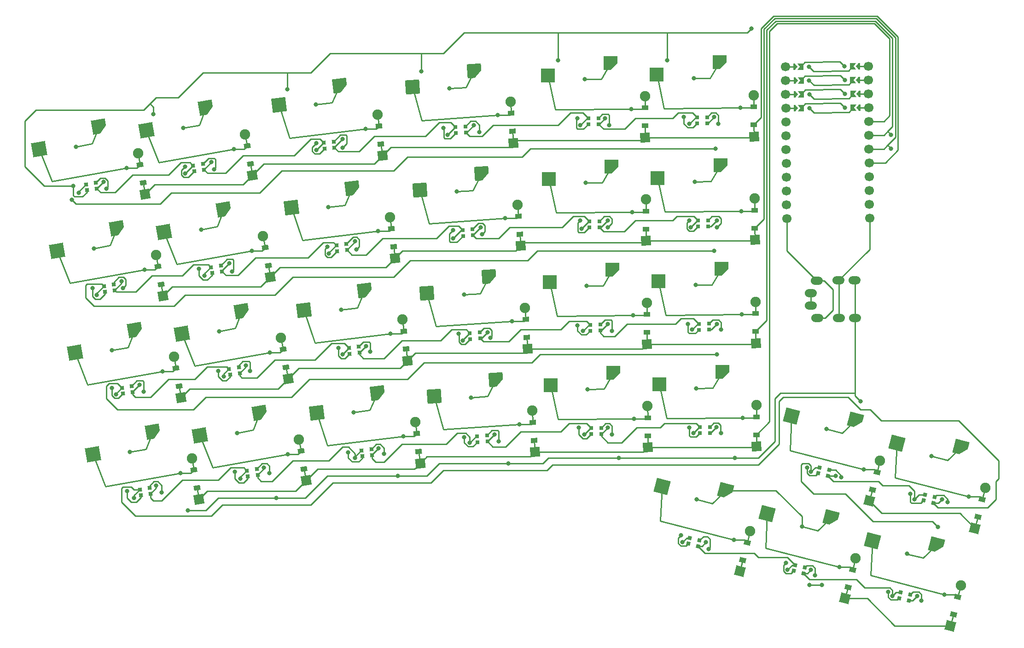
<source format=gbr>
%TF.GenerationSoftware,KiCad,Pcbnew,7.0.10-7.0.10~ubuntu22.04.1*%
%TF.CreationDate,2024-03-04T00:14:46-07:00*%
%TF.ProjectId,boardPcb,626f6172-6450-4636-922e-6b696361645f,v1.0.0*%
%TF.SameCoordinates,Original*%
%TF.FileFunction,Copper,L1,Top*%
%TF.FilePolarity,Positive*%
%FSLAX46Y46*%
G04 Gerber Fmt 4.6, Leading zero omitted, Abs format (unit mm)*
G04 Created by KiCad (PCBNEW 7.0.10-7.0.10~ubuntu22.04.1) date 2024-03-04 00:14:46*
%MOMM*%
%LPD*%
G01*
G04 APERTURE LIST*
G04 Aperture macros list*
%AMHorizOval*
0 Thick line with rounded ends*
0 $1 width*
0 $2 $3 position (X,Y) of the first rounded end (center of the circle)*
0 $4 $5 position (X,Y) of the second rounded end (center of the circle)*
0 Add line between two ends*
20,1,$1,$2,$3,$4,$5,0*
0 Add two circle primitives to create the rounded ends*
1,1,$1,$2,$3*
1,1,$1,$4,$5*%
%AMRotRect*
0 Rectangle, with rotation*
0 The origin of the aperture is its center*
0 $1 length*
0 $2 width*
0 $3 Rotation angle, in degrees counterclockwise*
0 Add horizontal line*
21,1,$1,$2,0,0,$3*%
%AMFreePoly0*
4,1,6,1.300000,0.000000,0.000000,-1.300000,-1.300000,-1.300000,-1.300000,1.300000,1.300000,1.300000,1.300000,0.000000,1.300000,0.000000,$1*%
%AMFreePoly1*
4,1,6,0.250000,0.000000,-0.250000,-0.625000,-0.500000,-0.625000,-0.500000,0.625000,-0.250000,0.625000,0.250000,0.000000,0.250000,0.000000,$1*%
%AMFreePoly2*
4,1,6,0.500000,-0.625000,-0.650000,-0.625000,-0.150000,0.000000,-0.650000,0.625000,0.500000,0.625000,0.500000,-0.625000,0.500000,-0.625000,$1*%
G04 Aperture macros list end*
%TA.AperFunction,ComponentPad*%
%ADD10RotRect,1.778000X1.778000X100.000000*%
%TD*%
%TA.AperFunction,SMDPad,CuDef*%
%ADD11RotRect,0.900000X1.200000X100.000000*%
%TD*%
%TA.AperFunction,ComponentPad*%
%ADD12C,1.905000*%
%TD*%
%TA.AperFunction,SMDPad,CuDef*%
%ADD13RotRect,0.700000X0.700000X345.500000*%
%TD*%
%TA.AperFunction,ComponentPad*%
%ADD14RotRect,1.778000X1.778000X90.500000*%
%TD*%
%TA.AperFunction,SMDPad,CuDef*%
%ADD15RotRect,0.900000X1.200000X90.500000*%
%TD*%
%TA.AperFunction,SMDPad,CuDef*%
%ADD16FreePoly0,10.000000*%
%TD*%
%TA.AperFunction,SMDPad,CuDef*%
%ADD17RotRect,2.600000X2.600000X10.000000*%
%TD*%
%TA.AperFunction,ComponentPad*%
%ADD18C,0.800000*%
%TD*%
%TA.AperFunction,SMDPad,CuDef*%
%ADD19FreePoly0,7.000000*%
%TD*%
%TA.AperFunction,SMDPad,CuDef*%
%ADD20RotRect,2.600000X2.600000X7.000000*%
%TD*%
%TA.AperFunction,SMDPad,CuDef*%
%ADD21RotRect,0.700000X0.700000X10.000000*%
%TD*%
%TA.AperFunction,SMDPad,CuDef*%
%ADD22FreePoly0,4.000000*%
%TD*%
%TA.AperFunction,SMDPad,CuDef*%
%ADD23RotRect,2.600000X2.600000X4.000000*%
%TD*%
%TA.AperFunction,ComponentPad*%
%ADD24RotRect,1.778000X1.778000X94.000000*%
%TD*%
%TA.AperFunction,SMDPad,CuDef*%
%ADD25RotRect,0.900000X1.200000X94.000000*%
%TD*%
%TA.AperFunction,SMDPad,CuDef*%
%ADD26RotRect,0.700000X0.700000X7.000000*%
%TD*%
%TA.AperFunction,ComponentPad*%
%ADD27HorizOval,1.600000X-0.299989X-0.002618X0.299989X0.002618X0*%
%TD*%
%TA.AperFunction,SMDPad,CuDef*%
%ADD28RotRect,0.700000X0.700000X0.500000*%
%TD*%
%TA.AperFunction,ComponentPad*%
%ADD29RotRect,1.778000X1.778000X75.500000*%
%TD*%
%TA.AperFunction,SMDPad,CuDef*%
%ADD30RotRect,0.900000X1.200000X75.500000*%
%TD*%
%TA.AperFunction,SMDPad,CuDef*%
%ADD31RotRect,0.700000X0.700000X4.000000*%
%TD*%
%TA.AperFunction,SMDPad,CuDef*%
%ADD32FreePoly0,0.500000*%
%TD*%
%TA.AperFunction,SMDPad,CuDef*%
%ADD33RotRect,2.600000X2.600000X0.500000*%
%TD*%
%TA.AperFunction,SMDPad,CuDef*%
%ADD34FreePoly0,345.500000*%
%TD*%
%TA.AperFunction,SMDPad,CuDef*%
%ADD35RotRect,2.600000X2.600000X345.500000*%
%TD*%
%TA.AperFunction,ComponentPad*%
%ADD36RotRect,1.778000X1.778000X97.000000*%
%TD*%
%TA.AperFunction,SMDPad,CuDef*%
%ADD37RotRect,0.900000X1.200000X97.000000*%
%TD*%
%TA.AperFunction,ComponentPad*%
%ADD38HorizOval,1.700000X0.000000X0.000000X0.000000X0.000000X0*%
%TD*%
%TA.AperFunction,SMDPad,CuDef*%
%ADD39FreePoly1,0.500000*%
%TD*%
%TA.AperFunction,SMDPad,CuDef*%
%ADD40FreePoly2,180.500000*%
%TD*%
%TA.AperFunction,ComponentPad*%
%ADD41HorizOval,1.700000X0.000000X0.000000X0.000000X0.000000X0*%
%TD*%
%TA.AperFunction,SMDPad,CuDef*%
%ADD42FreePoly2,0.500000*%
%TD*%
%TA.AperFunction,SMDPad,CuDef*%
%ADD43FreePoly1,180.500000*%
%TD*%
%TA.AperFunction,ViaPad*%
%ADD44C,0.800000*%
%TD*%
%TA.AperFunction,Conductor*%
%ADD45C,0.250000*%
%TD*%
G04 APERTURE END LIST*
D10*
%TO.P,D7,1*%
%TO.N,P19*%
X156846153Y-143757958D03*
D11*
X156471072Y-141630773D03*
%TO.P,D7,2*%
%TO.N,pink2_top*%
X155898034Y-138380907D03*
D12*
X155522953Y-136253722D03*
%TD*%
D13*
%TO.P,REF\u002A\u002A,1*%
%TO.N,L28*%
X254882209Y-198281444D03*
%TO.P,REF\u002A\u002A,2*%
%TO.N,VCC*%
X255157627Y-197216482D03*
%TO.P,REF\u002A\u002A,3*%
%TO.N,L29*%
X253385917Y-196758286D03*
%TO.P,REF\u002A\u002A,4*%
%TO.N,GND*%
X253110499Y-197823248D03*
%TD*%
D14*
%TO.P,D23,1*%
%TO.N,P19*%
X245968971Y-136941398D03*
D15*
X245950122Y-134781480D03*
%TO.P,D23,2*%
%TO.N,pointer2_top*%
X245921324Y-131481606D03*
D12*
X245902475Y-129321688D03*
%TD*%
D16*
%TO.P,S7,1*%
%TO.N,P3*%
X148326326Y-131287963D03*
D17*
%TO.P,S7,2*%
%TO.N,pink2_top*%
X137333822Y-135460177D03*
D18*
%TO.N,P3*%
X144136131Y-135022316D03*
%TO.N,pink2_top*%
X153462062Y-138962749D03*
%TD*%
D19*
%TO.P,S9,1*%
%TO.N,P4*%
X176559683Y-165121336D03*
D20*
%TO.P,S9,2*%
%TO.N,ring_bottom*%
X165363888Y-168712529D03*
D18*
%TO.N,P4*%
X172179790Y-168631274D03*
%TO.N,ring_bottom*%
X181286713Y-173054388D03*
%TD*%
D16*
%TO.P,S2,1*%
%TO.N,P2*%
X131929486Y-153472274D03*
D17*
%TO.P,S2,2*%
%TO.N,pinky1_middle*%
X120936982Y-157644488D03*
D18*
%TO.N,P2*%
X127739291Y-157206627D03*
%TO.N,pinky1_middle*%
X137065222Y-161147060D03*
%TD*%
D21*
%TO.P,REF\u002A\u002A,1*%
%TO.N,L18*%
X131550200Y-164911930D03*
%TO.P,REF\u002A\u002A,2*%
%TO.N,VCC*%
X131359187Y-163828642D03*
%TO.P,REF\u002A\u002A,3*%
%TO.N,L19*%
X129556988Y-164146418D03*
%TO.P,REF\u002A\u002A,4*%
%TO.N,GND*%
X129748001Y-165229706D03*
%TD*%
D22*
%TO.P,S14,1*%
%TO.N,P5*%
X197027237Y-143715490D03*
D23*
%TO.P,S14,2*%
%TO.N,middle_middle*%
X185658837Y-146715819D03*
D18*
%TO.N,P5*%
X192469651Y-146991392D03*
%TO.N,middle_middle*%
X201332606Y-151885064D03*
%TD*%
D19*
%TO.P,S11,1*%
%TO.N,P4*%
X171928648Y-127404582D03*
D20*
%TO.P,S11,2*%
%TO.N,ring_top*%
X160732853Y-130995775D03*
D18*
%TO.N,P4*%
X167548755Y-130914520D03*
%TO.N,ring_top*%
X176655678Y-135337634D03*
%TD*%
D24*
%TO.P,D15,1*%
%TO.N,P19*%
X202871549Y-138054021D03*
D25*
X202720875Y-135899283D03*
%TO.P,D15,2*%
%TO.N,middle_top*%
X202490679Y-132607321D03*
D12*
X202340005Y-130452583D03*
%TD*%
D26*
%TO.P,REF\u002A\u002A,1*%
%TO.N,L10*%
X170951176Y-138808711D03*
%TO.P,REF\u002A\u002A,2*%
%TO.N,VCC*%
X170817120Y-137716910D03*
%TO.P,REF\u002A\u002A,3*%
%TO.N,L11*%
X169000760Y-137939931D03*
%TO.P,REF\u002A\u002A,4*%
%TO.N,GND*%
X169134816Y-139031732D03*
%TD*%
D27*
%TO.P,TRRS1,1*%
%TO.N,GND*%
X256254888Y-146742010D03*
X256274959Y-149041923D03*
%TO.P,TRRS1,2*%
%TO.N,P9*%
X257334775Y-144432499D03*
X257394988Y-151332236D03*
%TO.P,TRRS1,3*%
%TO.N,P10*%
X261334623Y-144397593D03*
X261394836Y-151297330D03*
%TO.P,TRRS1,4*%
%TO.N,VCC*%
X264334509Y-144371413D03*
X264394722Y-151271150D03*
%TD*%
D21*
%TO.P,REF\u002A\u002A,1*%
%TO.N,L23*%
X154545670Y-180150314D03*
%TO.P,REF\u002A\u002A,2*%
%TO.N,VCC*%
X154354657Y-179067026D03*
%TO.P,REF\u002A\u002A,3*%
%TO.N,L24*%
X152552458Y-179384802D03*
%TO.P,REF\u002A\u002A,4*%
%TO.N,GND*%
X152743471Y-180468090D03*
%TD*%
D28*
%TO.P,REF\u002A\u002A,1*%
%TO.N,L02*%
X217196916Y-115631667D03*
%TO.P,REF\u002A\u002A,2*%
%TO.N,VCC*%
X217187317Y-114531709D03*
%TO.P,REF\u002A\u002A,3*%
%TO.N,L03*%
X215357386Y-114547679D03*
%TO.P,REF\u002A\u002A,4*%
%TO.N,GND*%
X215366985Y-115647637D03*
%TD*%
D24*
%TO.P,D16,1*%
%TO.N,P18*%
X201546176Y-119100304D03*
D25*
X201395502Y-116945566D03*
%TO.P,D16,2*%
%TO.N,middle_number*%
X201165306Y-113653604D03*
D12*
X201014632Y-111498866D03*
%TD*%
D14*
%TO.P,D17,1*%
%TO.N,P21*%
X226301341Y-175114482D03*
D15*
X226282492Y-172954564D03*
%TO.P,D17,2*%
%TO.N,pointer_bottom*%
X226253694Y-169654690D03*
D12*
X226234845Y-167494772D03*
%TD*%
D10*
%TO.P,D5,1*%
%TO.N,P21*%
X163444784Y-181180653D03*
D11*
X163069703Y-179053468D03*
%TO.P,D5,2*%
%TO.N,pink2_bottom*%
X162496665Y-175803602D03*
D12*
X162121584Y-173676417D03*
%TD*%
D19*
%TO.P,S10,1*%
%TO.N,P4*%
X174244165Y-146262959D03*
D20*
%TO.P,S10,2*%
%TO.N,ring_middle*%
X163048370Y-149854152D03*
D18*
%TO.N,P4*%
X169864272Y-149772897D03*
%TO.N,ring_middle*%
X178971195Y-154196011D03*
%TD*%
D28*
%TO.P,REF\u002A\u002A,1*%
%TO.N,L14*%
X217528524Y-153630220D03*
%TO.P,REF\u002A\u002A,2*%
%TO.N,VCC*%
X217518925Y-152530262D03*
%TO.P,REF\u002A\u002A,3*%
%TO.N,L15*%
X215688994Y-152546232D03*
%TO.P,REF\u002A\u002A,4*%
%TO.N,GND*%
X215698593Y-153646190D03*
%TD*%
D29*
%TO.P,D29,1*%
%TO.N,P19*%
X286406611Y-189959579D03*
D30*
X286947432Y-187868380D03*
%TO.P,D29,2*%
%TO.N,far2_thumb2*%
X287773686Y-184673492D03*
D12*
X288314507Y-182582293D03*
%TD*%
D21*
%TO.P,REF\u002A\u002A,1*%
%TO.N,L06*%
X124951569Y-127489236D03*
%TO.P,REF\u002A\u002A,2*%
%TO.N,VCC*%
X124760556Y-126405948D03*
%TO.P,REF\u002A\u002A,3*%
%TO.N,L07*%
X122958357Y-126723724D03*
%TO.P,REF\u002A\u002A,4*%
%TO.N,GND*%
X123149370Y-127807012D03*
%TD*%
D31*
%TO.P,REF\u002A\u002A,1*%
%TO.N,L03*%
X192803512Y-117145399D03*
%TO.P,REF\u002A\u002A,2*%
%TO.N,VCC*%
X192726780Y-116048079D03*
%TO.P,REF\u002A\u002A,3*%
%TO.N,L04*%
X190901238Y-116175733D03*
%TO.P,REF\u002A\u002A,4*%
%TO.N,GND*%
X190977970Y-117273053D03*
%TD*%
D32*
%TO.P,S17,1*%
%TO.N,P6*%
X219956500Y-161409328D03*
D33*
%TO.P,S17,2*%
%TO.N,pointer_bottom*%
X208426139Y-163710036D03*
D18*
%TO.N,P6*%
X215207426Y-164400885D03*
%TO.N,pointer_bottom*%
X223755098Y-169826500D03*
%TD*%
D32*
%TO.P,S20,1*%
%TO.N,P6*%
X219459088Y-104411499D03*
D33*
%TO.P,S20,2*%
%TO.N,pointer_number*%
X207928727Y-106712207D03*
D18*
%TO.N,P6*%
X214710014Y-107403056D03*
%TO.N,pointer_number*%
X223257686Y-112828671D03*
%TD*%
D10*
%TO.P,D6,1*%
%TO.N,P20*%
X160145469Y-162469306D03*
D11*
X159770388Y-160342121D03*
%TO.P,D6,2*%
%TO.N,pink2_middle*%
X159197350Y-157092255D03*
D12*
X158822269Y-154965070D03*
%TD*%
D13*
%TO.P,REF\u002A\u002A,1*%
%TO.N,L26*%
X259373083Y-180324008D03*
%TO.P,REF\u002A\u002A,2*%
%TO.N,VCC*%
X259648501Y-179259046D03*
%TO.P,REF\u002A\u002A,3*%
%TO.N,L27*%
X257876791Y-178800850D03*
%TO.P,REF\u002A\u002A,4*%
%TO.N,GND*%
X257601373Y-179865812D03*
%TD*%
D21*
%TO.P,REF\u002A\u002A,1*%
%TO.N,L12*%
X128250884Y-146200583D03*
%TO.P,REF\u002A\u002A,2*%
%TO.N,VCC*%
X128059871Y-145117295D03*
%TO.P,REF\u002A\u002A,3*%
%TO.N,L13*%
X126257672Y-145435071D03*
%TO.P,REF\u002A\u002A,4*%
%TO.N,GND*%
X126448685Y-146518359D03*
%TD*%
D28*
%TO.P,REF\u002A\u002A,1*%
%TO.N,L08*%
X217362720Y-134630943D03*
%TO.P,REF\u002A\u002A,2*%
%TO.N,VCC*%
X217353121Y-133530985D03*
%TO.P,REF\u002A\u002A,3*%
%TO.N,L09*%
X215523190Y-133546955D03*
%TO.P,REF\u002A\u002A,4*%
%TO.N,GND*%
X215532789Y-134646913D03*
%TD*%
D34*
%TO.P,S29,1*%
%TO.N,P14*%
X283825121Y-175079251D03*
D35*
%TO.P,S29,2*%
%TO.N,far2_thumb2*%
X272092179Y-174317287D03*
D18*
%TO.N,P14*%
X278463595Y-176739722D03*
%TO.N,far2_thumb2*%
X285315759Y-184192764D03*
%TD*%
D21*
%TO.P,REF\u002A\u002A,1*%
%TO.N,L17*%
X151246355Y-161438967D03*
%TO.P,REF\u002A\u002A,2*%
%TO.N,VCC*%
X151055342Y-160355679D03*
%TO.P,REF\u002A\u002A,3*%
%TO.N,L18*%
X149253143Y-160673455D03*
%TO.P,REF\u002A\u002A,4*%
%TO.N,GND*%
X149444156Y-161756743D03*
%TD*%
%TO.P,REF\u002A\u002A,1*%
%TO.N,L05*%
X144647724Y-124016272D03*
%TO.P,REF\u002A\u002A,2*%
%TO.N,VCC*%
X144456711Y-122932984D03*
%TO.P,REF\u002A\u002A,3*%
%TO.N,L06*%
X142654512Y-123250760D03*
%TO.P,REF\u002A\u002A,4*%
%TO.N,GND*%
X142845525Y-124334048D03*
%TD*%
D34*
%TO.P,S25,1*%
%TO.N,P16*%
X240608341Y-183021487D03*
D35*
%TO.P,S25,2*%
%TO.N,near_thumb*%
X228875399Y-182259523D03*
D18*
%TO.N,P16*%
X235246815Y-184681958D03*
%TO.N,near_thumb*%
X242098979Y-192135000D03*
%TD*%
D22*
%TO.P,S13,1*%
%TO.N,P5*%
X198352610Y-162669207D03*
D23*
%TO.P,S13,2*%
%TO.N,middle_bottom*%
X186984210Y-165669536D03*
D18*
%TO.N,P5*%
X193795024Y-165945109D03*
%TO.N,middle_bottom*%
X202657979Y-170838781D03*
%TD*%
D13*
%TO.P,REF\u002A\u002A,1*%
%TO.N,L29*%
X235519256Y-193273844D03*
%TO.P,REF\u002A\u002A,2*%
%TO.N,VCC*%
X235794674Y-192208882D03*
%TO.P,REF\u002A\u002A,3*%
%TO.N,L30*%
X234022964Y-191750686D03*
%TO.P,REF\u002A\u002A,4*%
%TO.N,GND*%
X233747546Y-192815648D03*
%TD*%
D10*
%TO.P,D1,1*%
%TO.N,P21*%
X143748629Y-184653616D03*
D11*
X143373548Y-182526431D03*
%TO.P,D1,2*%
%TO.N,pinky1_bottom*%
X142800510Y-179276565D03*
D12*
X142425429Y-177149380D03*
%TD*%
D14*
%TO.P,D18,1*%
%TO.N,P20*%
X226135537Y-156115205D03*
D15*
X226116688Y-153955287D03*
%TO.P,D18,2*%
%TO.N,pointer_middle*%
X226087890Y-150655413D03*
D12*
X226069041Y-148495495D03*
%TD*%
D16*
%TO.P,S4,1*%
%TO.N,P2*%
X125330856Y-116049579D03*
D17*
%TO.P,S4,2*%
%TO.N,pinky1_number*%
X114338352Y-120221793D03*
D18*
%TO.N,P2*%
X121140661Y-119783932D03*
%TO.N,pinky1_number*%
X130466592Y-123724365D03*
%TD*%
D36*
%TO.P,D10,1*%
%TO.N,P20*%
X182099687Y-159161758D03*
D37*
X181836449Y-157017858D03*
%TO.P,D10,2*%
%TO.N,ring_middle*%
X181434281Y-153742456D03*
D12*
X181171043Y-151598556D03*
%TD*%
D32*
%TO.P,S18,1*%
%TO.N,P6*%
X219790696Y-142410052D03*
D33*
%TO.P,S18,2*%
%TO.N,pointer_middle*%
X208260335Y-144710760D03*
D18*
%TO.N,P6*%
X215041622Y-145401609D03*
%TO.N,pointer_middle*%
X223589294Y-150827224D03*
%TD*%
D10*
%TO.P,D2,1*%
%TO.N,P20*%
X140449314Y-165942269D03*
D11*
X140074233Y-163815084D03*
%TO.P,D2,2*%
%TO.N,pinky1_middle*%
X139501195Y-160565218D03*
D12*
X139126114Y-158438033D03*
%TD*%
D21*
%TO.P,REF\u002A\u002A,1*%
%TO.N,L24*%
X134849515Y-183623278D03*
%TO.P,REF\u002A\u002A,2*%
%TO.N,VCC*%
X134658502Y-182539990D03*
%TO.P,REF\u002A\u002A,3*%
%TO.N,L25*%
X132856303Y-182857766D03*
%TO.P,REF\u002A\u002A,4*%
%TO.N,GND*%
X133047316Y-183941054D03*
%TD*%
D36*
%TO.P,D9,1*%
%TO.N,P21*%
X184415205Y-178020135D03*
D37*
X184151967Y-175876235D03*
%TO.P,D9,2*%
%TO.N,ring_bottom*%
X183749799Y-172600833D03*
D12*
X183486561Y-170456933D03*
%TD*%
D29*
%TO.P,D26,1*%
%TO.N,P20*%
X262552784Y-202909414D03*
D30*
X263093605Y-200818215D03*
%TO.P,D26,2*%
%TO.N,home_thumb*%
X263919859Y-197623327D03*
D12*
X264460680Y-195532128D03*
%TD*%
D28*
%TO.P,REF\u002A\u002A,1*%
%TO.N,L19*%
X237693567Y-172454965D03*
%TO.P,REF\u002A\u002A,2*%
%TO.N,VCC*%
X237683968Y-171355007D03*
%TO.P,REF\u002A\u002A,3*%
%TO.N,L20*%
X235854037Y-171370977D03*
%TO.P,REF\u002A\u002A,4*%
%TO.N,GND*%
X235863636Y-172470935D03*
%TD*%
D34*
%TO.P,S27,1*%
%TO.N,P14*%
X279334247Y-193036687D03*
D35*
%TO.P,S27,2*%
%TO.N,far_thumb*%
X267601305Y-192274723D03*
D18*
%TO.N,P14*%
X273972721Y-194697158D03*
%TO.N,far_thumb*%
X280824885Y-202150200D03*
%TD*%
D10*
%TO.P,D4,1*%
%TO.N,P18*%
X133850683Y-128519575D03*
D11*
X133475602Y-126392390D03*
%TO.P,D4,2*%
%TO.N,pinky1_number*%
X132902564Y-123142524D03*
D12*
X132527483Y-121015339D03*
%TD*%
D16*
%TO.P,S3,1*%
%TO.N,P2*%
X128630171Y-134760927D03*
D17*
%TO.P,S3,2*%
%TO.N,pinky1_top*%
X117637667Y-138933141D03*
D18*
%TO.N,P2*%
X124439976Y-138495280D03*
%TO.N,pinky1_top*%
X133765907Y-142435713D03*
%TD*%
D31*
%TO.P,REF\u002A\u002A,1*%
%TO.N,L09*%
X194128885Y-136099116D03*
%TO.P,REF\u002A\u002A,2*%
%TO.N,VCC*%
X194052153Y-135001796D03*
%TO.P,REF\u002A\u002A,3*%
%TO.N,L10*%
X192226611Y-135129450D03*
%TO.P,REF\u002A\u002A,4*%
%TO.N,GND*%
X192303343Y-136226770D03*
%TD*%
D21*
%TO.P,REF\u002A\u002A,1*%
%TO.N,L11*%
X147947039Y-142727619D03*
%TO.P,REF\u002A\u002A,2*%
%TO.N,VCC*%
X147756026Y-141644331D03*
%TO.P,REF\u002A\u002A,3*%
%TO.N,L12*%
X145953827Y-141962107D03*
%TO.P,REF\u002A\u002A,4*%
%TO.N,GND*%
X146144840Y-143045395D03*
%TD*%
D32*
%TO.P,S21,1*%
%TO.N,P7*%
X239955739Y-161234797D03*
D33*
%TO.P,S21,2*%
%TO.N,pointer2_bottom*%
X228425378Y-163535505D03*
D18*
%TO.N,P7*%
X235206665Y-164226354D03*
%TO.N,pointer2_bottom*%
X243754337Y-169651969D03*
%TD*%
D26*
%TO.P,REF\u002A\u002A,1*%
%TO.N,L16*%
X173266693Y-157667088D03*
%TO.P,REF\u002A\u002A,2*%
%TO.N,VCC*%
X173132637Y-156575287D03*
%TO.P,REF\u002A\u002A,3*%
%TO.N,L17*%
X171316277Y-156798308D03*
%TO.P,REF\u002A\u002A,4*%
%TO.N,GND*%
X171450333Y-157890109D03*
%TD*%
D14*
%TO.P,D21,1*%
%TO.N,P21*%
X246300579Y-174939951D03*
D15*
X246281730Y-172780033D03*
%TO.P,D21,2*%
%TO.N,pointer2_bottom*%
X246252932Y-169480159D03*
D12*
X246234083Y-167320241D03*
%TD*%
D38*
%TO.P,,0*%
%TO.N,_1_0*%
X251571417Y-105111296D03*
D39*
X253571341Y-105093843D03*
D18*
%TO.N,P1*%
X255929252Y-105073266D03*
D40*
X263965945Y-105003131D03*
D38*
%TO.P,,1*%
%TO.N,_1_1*%
X251593583Y-107651199D03*
D39*
X253593507Y-107633746D03*
D18*
%TO.N,P0*%
X255951417Y-107613169D03*
D40*
X263988111Y-107543034D03*
D38*
%TO.P,,2*%
%TO.N,_1_2*%
X251615748Y-110191103D03*
D39*
X253615672Y-110173650D03*
D18*
%TO.N,GND*%
X255973582Y-110153072D03*
D40*
X264010276Y-110082937D03*
D38*
%TO.P,,3*%
%TO.N,_1_3*%
X251637914Y-112731006D03*
D39*
X253637837Y-112713553D03*
D18*
%TO.N,GND*%
X255995748Y-112692976D03*
D40*
X264032442Y-112622841D03*
D38*
%TO.P,,4*%
%TO.N,P2*%
X251660079Y-115270909D03*
%TO.P,,5*%
%TO.N,P3*%
X251682244Y-117810813D03*
%TO.P,,6*%
%TO.N,P4*%
X251704410Y-120350716D03*
%TO.P,,7*%
%TO.N,P5*%
X251726575Y-122890619D03*
%TO.P,,8*%
%TO.N,P6*%
X251748741Y-125430522D03*
%TO.P,,9*%
%TO.N,P7*%
X251770906Y-127970426D03*
%TO.P,,10*%
%TO.N,P8*%
X251793071Y-130510329D03*
%TO.P,,11*%
%TO.N,P9*%
X251815237Y-133050232D03*
D41*
%TO.P,,12*%
%TO.N,P10*%
X267054657Y-132917240D03*
%TO.P,,13*%
%TO.N,P16*%
X267032491Y-130377337D03*
%TO.P,,14*%
%TO.N,P14*%
X267010326Y-127837433D03*
%TO.P,,15*%
%TO.N,P15*%
X266988160Y-125297530D03*
%TO.P,,16*%
%TO.N,P18*%
X266965995Y-122757627D03*
%TO.P,,17*%
%TO.N,P19*%
X266943830Y-120217723D03*
%TO.P,,18*%
%TO.N,P20*%
X266921664Y-117677820D03*
%TO.P,,19*%
%TO.N,P21*%
X266899499Y-115137917D03*
D42*
%TO.P,,20*%
%TO.N,VCC*%
X254482805Y-112706179D03*
D18*
X262519499Y-112636044D03*
D43*
%TO.N,_1_20*%
X264877410Y-112615467D03*
D41*
X266877333Y-112598014D03*
D42*
%TO.P,,21*%
%TO.N,RST*%
X254460640Y-110166276D03*
D18*
X262497334Y-110096141D03*
D43*
%TO.N,_1_21*%
X264855244Y-110075563D03*
D41*
X266855168Y-110058110D03*
D42*
%TO.P,,22*%
%TO.N,GND*%
X254438475Y-107626372D03*
D18*
X262475168Y-107556237D03*
D43*
%TO.N,_1_22*%
X264833079Y-107535660D03*
D41*
X266833003Y-107518207D03*
D42*
%TO.P,,23*%
%TO.N,RAW*%
X254416309Y-105086469D03*
D18*
X262453003Y-105016334D03*
D43*
%TO.N,_1_23*%
X264810913Y-104995757D03*
D41*
X266810837Y-104978304D03*
%TD*%
D14*
%TO.P,D20,1*%
%TO.N,P18*%
X225803928Y-118116652D03*
D15*
X225785079Y-115956734D03*
%TO.P,D20,2*%
%TO.N,pointer_number*%
X225756281Y-112656860D03*
D12*
X225737432Y-110496942D03*
%TD*%
D36*
%TO.P,D12,1*%
%TO.N,P18*%
X177468652Y-121445004D03*
D37*
X177205414Y-119301104D03*
%TO.P,D12,2*%
%TO.N,ring_number*%
X176803246Y-116025702D03*
D12*
X176540008Y-113881802D03*
%TD*%
D26*
%TO.P,REF\u002A\u002A,1*%
%TO.N,L22*%
X175582211Y-176525465D03*
%TO.P,REF\u002A\u002A,2*%
%TO.N,VCC*%
X175448155Y-175433664D03*
%TO.P,REF\u002A\u002A,3*%
%TO.N,L23*%
X173631795Y-175656685D03*
%TO.P,REF\u002A\u002A,4*%
%TO.N,GND*%
X173765851Y-176748486D03*
%TD*%
D10*
%TO.P,D8,1*%
%TO.N,P18*%
X153546838Y-125046611D03*
D11*
X153171757Y-122919426D03*
%TO.P,D8,2*%
%TO.N,pink2_number*%
X152598719Y-119669560D03*
D12*
X152223638Y-117542375D03*
%TD*%
D32*
%TO.P,S23,1*%
%TO.N,P7*%
X239624130Y-123236244D03*
D33*
%TO.P,S23,2*%
%TO.N,pointer2_top*%
X228093769Y-125536952D03*
D18*
%TO.N,P7*%
X234875056Y-126227801D03*
%TO.N,pointer2_top*%
X243422728Y-131653416D03*
%TD*%
D28*
%TO.P,REF\u002A\u002A,1*%
%TO.N,L07*%
X237361958Y-134456412D03*
%TO.P,REF\u002A\u002A,2*%
%TO.N,VCC*%
X237352359Y-133356454D03*
%TO.P,REF\u002A\u002A,3*%
%TO.N,L08*%
X235522428Y-133372424D03*
%TO.P,REF\u002A\u002A,4*%
%TO.N,GND*%
X235532027Y-134472382D03*
%TD*%
D26*
%TO.P,REF\u002A\u002A,1*%
%TO.N,L04*%
X168635658Y-119950334D03*
%TO.P,REF\u002A\u002A,2*%
%TO.N,VCC*%
X168501602Y-118858533D03*
%TO.P,REF\u002A\u002A,3*%
%TO.N,L05*%
X166685242Y-119081554D03*
%TO.P,REF\u002A\u002A,4*%
%TO.N,GND*%
X166819298Y-120173355D03*
%TD*%
D28*
%TO.P,REF\u002A\u002A,1*%
%TO.N,L20*%
X217694328Y-172629496D03*
%TO.P,REF\u002A\u002A,2*%
%TO.N,VCC*%
X217684729Y-171529538D03*
%TO.P,REF\u002A\u002A,3*%
%TO.N,L21*%
X215854798Y-171545508D03*
%TO.P,REF\u002A\u002A,4*%
%TO.N,GND*%
X215864397Y-172645466D03*
%TD*%
D22*
%TO.P,S16,1*%
%TO.N,P5*%
X194376491Y-105808056D03*
D23*
%TO.P,S16,2*%
%TO.N,middle_number*%
X183008091Y-108808385D03*
D18*
%TO.N,P5*%
X189818905Y-109083958D03*
%TO.N,middle_number*%
X198681860Y-113977630D03*
%TD*%
D14*
%TO.P,D19,1*%
%TO.N,P19*%
X225969732Y-137115929D03*
D15*
X225950883Y-134956011D03*
%TO.P,D19,2*%
%TO.N,pointer_top*%
X225922085Y-131656137D03*
D12*
X225903236Y-129496219D03*
%TD*%
D32*
%TO.P,S19,1*%
%TO.N,P6*%
X219624892Y-123410775D03*
D33*
%TO.P,S19,2*%
%TO.N,pointer_top*%
X208094531Y-125711483D03*
D18*
%TO.N,P6*%
X214875818Y-126402332D03*
%TO.N,pointer_top*%
X223423490Y-131827947D03*
%TD*%
D14*
%TO.P,D24,1*%
%TO.N,P18*%
X245803167Y-117942121D03*
D15*
X245784318Y-115782203D03*
%TO.P,D24,2*%
%TO.N,pointer2_number*%
X245755520Y-112482329D03*
D12*
X245736671Y-110322411D03*
%TD*%
D14*
%TO.P,D22,1*%
%TO.N,P20*%
X246134775Y-155940674D03*
D15*
X246115926Y-153780756D03*
%TO.P,D22,2*%
%TO.N,pointer2_middle*%
X246087128Y-150480882D03*
D12*
X246068279Y-148320964D03*
%TD*%
D28*
%TO.P,REF\u002A\u002A,1*%
%TO.N,L13*%
X237527762Y-153455689D03*
%TO.P,REF\u002A\u002A,2*%
%TO.N,VCC*%
X237518163Y-152355731D03*
%TO.P,REF\u002A\u002A,3*%
%TO.N,L14*%
X235688232Y-152371701D03*
%TO.P,REF\u002A\u002A,4*%
%TO.N,GND*%
X235697831Y-153471659D03*
%TD*%
D19*
%TO.P,S12,1*%
%TO.N,P4*%
X169613130Y-108546205D03*
D20*
%TO.P,S12,2*%
%TO.N,ring_number*%
X158417335Y-112137398D03*
D18*
%TO.N,P4*%
X165233237Y-112056143D03*
%TO.N,ring_number*%
X174340160Y-116479257D03*
%TD*%
D24*
%TO.P,D14,1*%
%TO.N,P20*%
X204196922Y-157007738D03*
D25*
X204046248Y-154853000D03*
%TO.P,D14,2*%
%TO.N,middle_middle*%
X203816052Y-151561038D03*
D12*
X203665378Y-149406300D03*
%TD*%
D24*
%TO.P,D13,1*%
%TO.N,P21*%
X205522295Y-175961455D03*
D25*
X205371621Y-173806717D03*
%TO.P,D13,2*%
%TO.N,middle_bottom*%
X205141425Y-170514755D03*
D12*
X204990751Y-168360017D03*
%TD*%
D36*
%TO.P,D11,1*%
%TO.N,P19*%
X179784170Y-140303381D03*
D37*
X179520932Y-138159481D03*
%TO.P,D11,2*%
%TO.N,ring_top*%
X179118764Y-134884079D03*
D12*
X178855526Y-132740179D03*
%TD*%
D16*
%TO.P,S6,1*%
%TO.N,P3*%
X151625641Y-149999310D03*
D17*
%TO.P,S6,2*%
%TO.N,pink2_middle*%
X140633137Y-154171524D03*
D18*
%TO.N,P3*%
X147435446Y-153733663D03*
%TO.N,pink2_middle*%
X156761377Y-157674096D03*
%TD*%
D29*
%TO.P,D25,1*%
%TO.N,P21*%
X243189831Y-197901814D03*
D30*
X243730652Y-195810615D03*
%TO.P,D25,2*%
%TO.N,near_thumb*%
X244556906Y-192615727D03*
D12*
X245097727Y-190524528D03*
%TD*%
D13*
%TO.P,REF\u002A\u002A,1*%
%TO.N,L27*%
X274245162Y-203289044D03*
%TO.P,REF\u002A\u002A,2*%
%TO.N,VCC*%
X274520580Y-202224082D03*
%TO.P,REF\u002A\u002A,3*%
%TO.N,L28*%
X272748870Y-201765886D03*
%TO.P,REF\u002A\u002A,4*%
%TO.N,GND*%
X272473452Y-202830848D03*
%TD*%
D32*
%TO.P,S22,1*%
%TO.N,P7*%
X239789935Y-142235521D03*
D33*
%TO.P,S22,2*%
%TO.N,pointer2_middle*%
X228259574Y-144536229D03*
D18*
%TO.N,P7*%
X235040861Y-145227078D03*
%TO.N,pointer2_middle*%
X243588533Y-150652693D03*
%TD*%
D16*
%TO.P,S5,1*%
%TO.N,P3*%
X154924957Y-168710658D03*
D17*
%TO.P,S5,2*%
%TO.N,pink2_bottom*%
X143932453Y-172882872D03*
D18*
%TO.N,P3*%
X150734762Y-172445011D03*
%TO.N,pink2_bottom*%
X160060693Y-176385444D03*
%TD*%
D13*
%TO.P,REF\u002A\u002A,1*%
%TO.N,L25*%
X278736036Y-185331608D03*
%TO.P,REF\u002A\u002A,2*%
%TO.N,VCC*%
X279011454Y-184266646D03*
%TO.P,REF\u002A\u002A,3*%
%TO.N,L26*%
X277239744Y-183808450D03*
%TO.P,REF\u002A\u002A,4*%
%TO.N,GND*%
X276964326Y-184873412D03*
%TD*%
D29*
%TO.P,D27,1*%
%TO.N,P20*%
X281915737Y-207917014D03*
D30*
X282456558Y-205825815D03*
%TO.P,D27,2*%
%TO.N,far_thumb*%
X283282812Y-202630927D03*
D12*
X283823633Y-200539728D03*
%TD*%
D31*
%TO.P,REF\u002A\u002A,1*%
%TO.N,L21*%
X196779631Y-174006550D03*
%TO.P,REF\u002A\u002A,2*%
%TO.N,VCC*%
X196702899Y-172909230D03*
%TO.P,REF\u002A\u002A,3*%
%TO.N,L22*%
X194877357Y-173036884D03*
%TO.P,REF\u002A\u002A,4*%
%TO.N,GND*%
X194954089Y-174134204D03*
%TD*%
%TO.P,REF\u002A\u002A,1*%
%TO.N,L15*%
X195454258Y-155052833D03*
%TO.P,REF\u002A\u002A,2*%
%TO.N,VCC*%
X195377526Y-153955513D03*
%TO.P,REF\u002A\u002A,3*%
%TO.N,L16*%
X193551984Y-154083167D03*
%TO.P,REF\u002A\u002A,4*%
%TO.N,GND*%
X193628716Y-155180487D03*
%TD*%
D32*
%TO.P,S24,1*%
%TO.N,P7*%
X239458326Y-104236968D03*
D33*
%TO.P,S24,2*%
%TO.N,pointer2_number*%
X227927965Y-106537676D03*
D18*
%TO.N,P7*%
X234709252Y-107228525D03*
%TO.N,pointer2_number*%
X243256924Y-112654140D03*
%TD*%
D28*
%TO.P,REF\u002A\u002A,1*%
%TO.N,P8*%
X237196154Y-115457136D03*
%TO.P,REF\u002A\u002A,2*%
%TO.N,VCC*%
X237186555Y-114357178D03*
%TO.P,REF\u002A\u002A,3*%
%TO.N,L02*%
X235356624Y-114373148D03*
%TO.P,REF\u002A\u002A,4*%
%TO.N,GND*%
X235366223Y-115473106D03*
%TD*%
D16*
%TO.P,S1,1*%
%TO.N,P2*%
X135228802Y-172183621D03*
D17*
%TO.P,S1,2*%
%TO.N,pinky1_bottom*%
X124236298Y-176355835D03*
D18*
%TO.N,P2*%
X131038607Y-175917974D03*
%TO.N,pinky1_bottom*%
X140364538Y-179858407D03*
%TD*%
D34*
%TO.P,S26,1*%
%TO.N,P16*%
X259971294Y-188029087D03*
D35*
%TO.P,S26,2*%
%TO.N,home_thumb*%
X248238352Y-187267123D03*
D18*
%TO.N,P16*%
X254609768Y-189689558D03*
%TO.N,home_thumb*%
X261461932Y-197142600D03*
%TD*%
D10*
%TO.P,D3,1*%
%TO.N,P19*%
X137149998Y-147230922D03*
D11*
X136774917Y-145103737D03*
%TO.P,D3,2*%
%TO.N,pinky1_top*%
X136201879Y-141853871D03*
D12*
X135826798Y-139726686D03*
%TD*%
D22*
%TO.P,S15,1*%
%TO.N,P5*%
X195701864Y-124761773D03*
D23*
%TO.P,S15,2*%
%TO.N,middle_top*%
X184333464Y-127762102D03*
D18*
%TO.N,P5*%
X191144278Y-128037675D03*
%TO.N,middle_top*%
X200007233Y-132931347D03*
%TD*%
D16*
%TO.P,S8,1*%
%TO.N,P3*%
X145027011Y-112576616D03*
D17*
%TO.P,S8,2*%
%TO.N,pink2_number*%
X134034507Y-116748830D03*
D18*
%TO.N,P3*%
X140836816Y-116310969D03*
%TO.N,pink2_number*%
X150162747Y-120251402D03*
%TD*%
D29*
%TO.P,D28,1*%
%TO.N,P19*%
X267043658Y-184951979D03*
D30*
X267584479Y-182860780D03*
%TO.P,D28,2*%
%TO.N,home2_thumb2*%
X268410733Y-179665892D03*
D12*
X268951554Y-177574693D03*
%TD*%
D34*
%TO.P,S28,1*%
%TO.N,P16*%
X264462168Y-170071651D03*
D35*
%TO.P,S28,2*%
%TO.N,home2_thumb2*%
X252729226Y-169309687D03*
D18*
%TO.N,P16*%
X259100642Y-171732122D03*
%TO.N,home2_thumb2*%
X265952806Y-179185164D03*
%TD*%
D44*
%TO.N,P20*%
X271018000Y-117602000D03*
%TO.N,P19*%
X271018000Y-120142000D03*
%TO.N,P8*%
X238506000Y-114300000D03*
%TO.N,VCC*%
X219202000Y-115824000D03*
X195834000Y-135890000D03*
X239776000Y-153416000D03*
X170180000Y-119950334D03*
X149860000Y-142748000D03*
X242316000Y-177038000D03*
X276606000Y-203289044D03*
X126746000Y-127508000D03*
X157988000Y-184404000D03*
X195326000Y-117094000D03*
X136906000Y-183388000D03*
X197358000Y-154940000D03*
X281432000Y-185166000D03*
X219710000Y-172720000D03*
X237490000Y-193802000D03*
X180340000Y-180340000D03*
X129794000Y-145796000D03*
X200660000Y-178054000D03*
X220980000Y-177038000D03*
X175260000Y-157480000D03*
X261874000Y-180594000D03*
X239776000Y-172466000D03*
X257048000Y-198628000D03*
X239014000Y-134620000D03*
X218948000Y-134620000D03*
X239268000Y-115570000D03*
X172720000Y-138684000D03*
X219710000Y-153670000D03*
X133604000Y-164846000D03*
X198882000Y-173990000D03*
X146558000Y-123952000D03*
X156718000Y-179832000D03*
X153162000Y-161036000D03*
X177800000Y-176276000D03*
X141732000Y-186690000D03*
X265430000Y-166624000D03*
%TO.N,GND*%
X150368000Y-179578000D03*
X229870000Y-103886000D03*
X188722000Y-116332000D03*
X160020000Y-109220000D03*
X135382000Y-113792000D03*
X147320000Y-161036000D03*
X233934000Y-133350000D03*
X165354000Y-119126000D03*
X120650000Y-127000000D03*
X213360000Y-152654000D03*
X233680000Y-152371701D03*
X191516000Y-154178000D03*
X274574000Y-183642000D03*
X256032000Y-200406000D03*
X251714000Y-196342000D03*
X233934000Y-171450000D03*
X232410000Y-191262000D03*
X192532000Y-173228000D03*
X232918000Y-114300000D03*
X143764000Y-142240000D03*
X169418000Y-156798308D03*
X171196000Y-176022000D03*
X141224000Y-123444000D03*
X184658000Y-105918000D03*
X213614000Y-171450000D03*
X213360000Y-114554000D03*
X245364000Y-98044000D03*
X209804000Y-103886000D03*
X255561000Y-178816000D03*
X213868000Y-133350000D03*
X258318000Y-200406000D03*
X127699582Y-164146418D03*
X190500000Y-135128000D03*
X130556000Y-183134000D03*
X167386000Y-138176000D03*
X270510000Y-201676000D03*
X124206000Y-145796000D03*
%TO.N,L02*%
X233934000Y-115570000D03*
X218440000Y-114554000D03*
%TO.N,L03*%
X213868000Y-115824000D03*
X194310000Y-115824000D03*
%TO.N,L04*%
X170180000Y-118364000D03*
X189484000Y-117602000D03*
%TO.N,L05*%
X165354000Y-120396000D03*
X146050000Y-122613996D03*
%TO.N,L06*%
X126186808Y-126253997D03*
X141224000Y-124714000D03*
%TO.N,L07*%
X121666000Y-128270000D03*
X239014000Y-133350000D03*
X120392942Y-129543539D03*
X238760000Y-120142000D03*
%TO.N,L08*%
X218948000Y-133350000D03*
X234188000Y-134620000D03*
%TO.N,L09*%
X214122000Y-134874000D03*
X195580000Y-134620000D03*
%TO.N,L10*%
X172466000Y-137160000D03*
X190500000Y-136652000D03*
%TO.N,L11*%
X167640000Y-139446000D03*
X149352000Y-141224000D03*
%TO.N,L12*%
X144780000Y-143510000D03*
X129540000Y-144526000D03*
%TO.N,L13*%
X239014000Y-152400000D03*
X238506000Y-138938000D03*
X124968000Y-147066000D03*
%TO.N,L30*%
X232664000Y-192532000D03*
%TO.N,L14*%
X218948000Y-152400000D03*
X234442000Y-153416000D03*
%TO.N,L15*%
X214376000Y-153670000D03*
X196850000Y-153924000D03*
%TO.N,L16*%
X174498000Y-156464000D03*
X192278000Y-155448000D03*
%TO.N,L17*%
X170180000Y-157988000D03*
X152400000Y-160020000D03*
%TO.N,L18*%
X148336000Y-162052000D03*
X132842000Y-163576000D03*
%TO.N,L19*%
X238919007Y-171355007D03*
X238992975Y-157982942D03*
X128524000Y-165354000D03*
%TO.N,L20*%
X218948000Y-171450000D03*
X234696000Y-172466000D03*
%TO.N,L21*%
X198120000Y-172720000D03*
X214630000Y-172720000D03*
%TO.N,L22*%
X176784000Y-175260000D03*
X193548000Y-174244000D03*
%TO.N,L23*%
X172466000Y-177038000D03*
X155702000Y-178816000D03*
%TO.N,L24*%
X151384000Y-180848000D03*
X135890000Y-182118000D03*
%TO.N,L25*%
X131826000Y-184404000D03*
X280416000Y-184658000D03*
%TO.N,L26*%
X275336000Y-184658000D03*
X260858000Y-180340000D03*
%TO.N,L27*%
X279654000Y-189738000D03*
X275844000Y-202438000D03*
X256286000Y-179578000D03*
%TO.N,L28*%
X256286000Y-197612000D03*
X271272000Y-202438000D03*
%TO.N,L29*%
X236982000Y-192532000D03*
X251968000Y-197612000D03*
%TD*%
D45*
%TO.N,P2*%
X135230000Y-172180000D02*
X133990000Y-175400000D01*
X131930000Y-153470000D02*
X130690000Y-156690000D01*
X127390000Y-137970000D02*
X124440000Y-138500000D01*
X125330000Y-116050000D02*
X124100000Y-119260000D01*
X133990000Y-175400000D02*
X131040000Y-175920000D01*
X128630000Y-134760000D02*
X127390000Y-137970000D01*
X130690000Y-156690000D02*
X127740000Y-157210000D01*
X124100000Y-119260000D02*
X121140000Y-119780000D01*
%TO.N,pinky1_bottom*%
X140360000Y-179860000D02*
X126580000Y-182290000D01*
X124240000Y-176360000D02*
X126580000Y-182290000D01*
X142218668Y-179858407D02*
X142800510Y-179276565D01*
X142800000Y-179280000D02*
X142430000Y-177150000D01*
X140364538Y-179858407D02*
X142218668Y-179858407D01*
%TO.N,pinky1_middle*%
X138919353Y-161147060D02*
X139501195Y-160565218D01*
X120940000Y-157640000D02*
X123280000Y-163580000D01*
X137070000Y-161150000D02*
X123280000Y-163580000D01*
X139500000Y-160570000D02*
X139130000Y-158440000D01*
X137065222Y-161147060D02*
X138919353Y-161147060D01*
%TO.N,pinky1_top*%
X117640000Y-138930000D02*
X119980000Y-144870000D01*
X133765907Y-142435713D02*
X135620037Y-142435713D01*
X133770000Y-142440000D02*
X119980000Y-144870000D01*
X135620037Y-142435713D02*
X136201879Y-141853871D01*
X136200000Y-141850000D02*
X135830000Y-139730000D01*
%TO.N,pinky1_number*%
X132900000Y-123140000D02*
X132530000Y-121020000D01*
X132320723Y-123724365D02*
X132902564Y-123142524D01*
X130466592Y-123724365D02*
X132320723Y-123724365D01*
X114340000Y-120220000D02*
X116680000Y-126160000D01*
X130470000Y-123720000D02*
X116680000Y-126160000D01*
%TO.N,P3*%
X153690000Y-171920000D02*
X150730000Y-172450000D01*
X145030000Y-112580000D02*
X143790000Y-115790000D01*
X151630000Y-150000000D02*
X150390000Y-153210000D01*
X143790000Y-115790000D02*
X140840000Y-116310000D01*
X154920000Y-168710000D02*
X153690000Y-171920000D01*
X147090000Y-134500000D02*
X144140000Y-135020000D01*
X150390000Y-153210000D02*
X147440000Y-153730000D01*
X148330000Y-131290000D02*
X147090000Y-134500000D01*
%TO.N,pink2_bottom*%
X162500000Y-175800000D02*
X162120000Y-173680000D01*
X143930000Y-172880000D02*
X146270000Y-178820000D01*
X160060000Y-176390000D02*
X146270000Y-178820000D01*
X161914823Y-176385444D02*
X162496665Y-175803602D01*
X160060693Y-176385444D02*
X161914823Y-176385444D01*
%TO.N,pink2_middle*%
X156760000Y-157670000D02*
X142970000Y-160110000D01*
X156761377Y-157674096D02*
X158615509Y-157674096D01*
X159200000Y-157090000D02*
X158820000Y-154970000D01*
X140630000Y-154170000D02*
X142970000Y-160110000D01*
X158615509Y-157674096D02*
X159197350Y-157092255D01*
%TO.N,pink2_top*%
X153462062Y-138962749D02*
X155316192Y-138962749D01*
X153460000Y-138960000D02*
X139670000Y-141390000D01*
X155900000Y-138380000D02*
X155520000Y-136250000D01*
X155316192Y-138962749D02*
X155898034Y-138380907D01*
X137330000Y-135460000D02*
X139670000Y-141390000D01*
%TO.N,pink2_number*%
X150160000Y-120250000D02*
X136380000Y-122680000D01*
X152600000Y-119670000D02*
X152220000Y-117540000D01*
X152016877Y-120251402D02*
X152598719Y-119669560D01*
X150162747Y-120251402D02*
X152016877Y-120251402D01*
X134030000Y-116750000D02*
X136380000Y-122680000D01*
%TO.N,P4*%
X176560000Y-165120000D02*
X175160000Y-168270000D01*
X172840000Y-149410000D02*
X169860000Y-149770000D01*
X169610000Y-108550000D02*
X168210000Y-111690000D01*
X170530000Y-130550000D02*
X167550000Y-130910000D01*
X174240000Y-146260000D02*
X172840000Y-149410000D01*
X171930000Y-127400000D02*
X170530000Y-130550000D01*
X175160000Y-168270000D02*
X172180000Y-168630000D01*
X168210000Y-111690000D02*
X165230000Y-112060000D01*
%TO.N,ring_bottom*%
X165360000Y-168710000D02*
X167390000Y-174760000D01*
X183750000Y-172600000D02*
X183490000Y-170460000D01*
X183296244Y-173054388D02*
X183749799Y-172600833D01*
X181290000Y-173050000D02*
X167390000Y-174760000D01*
X181286713Y-173054388D02*
X183296244Y-173054388D01*
%TO.N,ring_middle*%
X163050000Y-149850000D02*
X165080000Y-155900000D01*
X180980726Y-154196011D02*
X181434281Y-153742456D01*
X181430000Y-153740000D02*
X181170000Y-151600000D01*
X178970000Y-154200000D02*
X165080000Y-155900000D01*
X178971195Y-154196011D02*
X180980726Y-154196011D01*
%TO.N,ring_top*%
X176660000Y-135340000D02*
X162760000Y-137040000D01*
X176655678Y-135337634D02*
X178665209Y-135337634D01*
X160730000Y-131000000D02*
X162760000Y-137040000D01*
X179120000Y-134880000D02*
X178860000Y-132740000D01*
X178665209Y-135337634D02*
X179118764Y-134884079D01*
%TO.N,ring_number*%
X176349691Y-116479257D02*
X176803246Y-116025702D01*
X174340000Y-116480000D02*
X160440000Y-118190000D01*
X158420000Y-112140000D02*
X160440000Y-118190000D01*
X176800000Y-116030000D02*
X176540000Y-113880000D01*
X174340160Y-116479257D02*
X176349691Y-116479257D01*
%TO.N,P5*%
X195460000Y-146780000D02*
X192470000Y-146990000D01*
X194140000Y-127830000D02*
X191140000Y-128040000D01*
X196790000Y-165740000D02*
X193800000Y-165950000D01*
X192810000Y-108870000D02*
X189820000Y-109080000D01*
X194380000Y-105810000D02*
X192810000Y-108870000D01*
X198350000Y-162670000D02*
X196790000Y-165740000D01*
X197030000Y-143720000D02*
X195460000Y-146780000D01*
X195700000Y-124760000D02*
X194140000Y-127830000D01*
%TO.N,middle_bottom*%
X202660000Y-170840000D02*
X188690000Y-171820000D01*
X204817399Y-170838781D02*
X205141425Y-170514755D01*
X205140000Y-170510000D02*
X204990000Y-168360000D01*
X202657979Y-170838781D02*
X204817399Y-170838781D01*
X186980000Y-165670000D02*
X188690000Y-171820000D01*
%TO.N,middle_middle*%
X203492026Y-151885064D02*
X203816052Y-151561038D01*
X185660000Y-146720000D02*
X187370000Y-152860000D01*
X201330000Y-151890000D02*
X187370000Y-152860000D01*
X201332606Y-151885064D02*
X203492026Y-151885064D01*
X203820000Y-151560000D02*
X203670000Y-149410000D01*
%TO.N,middle_top*%
X202490000Y-132610000D02*
X202340000Y-130450000D01*
X184330000Y-127760000D02*
X186040000Y-133910000D01*
X200010000Y-132930000D02*
X186040000Y-133910000D01*
X200007233Y-132931347D02*
X202166653Y-132931347D01*
X202166653Y-132931347D02*
X202490679Y-132607321D01*
%TO.N,middle_number*%
X198681860Y-113977630D02*
X200841280Y-113977630D01*
X198680000Y-113980000D02*
X184720000Y-114950000D01*
X200841280Y-113977630D02*
X201165306Y-113653604D01*
X183010000Y-108810000D02*
X184720000Y-114950000D01*
X201170000Y-113650000D02*
X201010000Y-111500000D01*
%TO.N,P6*%
X219460000Y-104410000D02*
X217710000Y-107380000D01*
X217880000Y-126380000D02*
X214880000Y-126400000D01*
X219960000Y-161410000D02*
X218210000Y-164370000D01*
X219620000Y-123410000D02*
X217880000Y-126380000D01*
X217710000Y-107380000D02*
X214710000Y-107400000D01*
X219790000Y-142410000D02*
X218040000Y-145380000D01*
X218040000Y-145380000D02*
X215040000Y-145400000D01*
X218210000Y-164370000D02*
X215210000Y-164400000D01*
%TO.N,pointer_bottom*%
X223760000Y-169830000D02*
X209760000Y-169950000D01*
X208430000Y-163710000D02*
X209760000Y-169950000D01*
X226081884Y-169826500D02*
X226253694Y-169654690D01*
X223755098Y-169826500D02*
X226081884Y-169826500D01*
X226250000Y-169650000D02*
X226230000Y-167490000D01*
%TO.N,pointer_middle*%
X223589294Y-150827224D02*
X225916079Y-150827224D01*
X226090000Y-150660000D02*
X226070000Y-148500000D01*
X208260000Y-144710000D02*
X209590000Y-150950000D01*
X225916079Y-150827224D02*
X226087890Y-150655413D01*
X223590000Y-150830000D02*
X209590000Y-150950000D01*
%TO.N,pointer_top*%
X225920000Y-131660000D02*
X225900000Y-129500000D01*
X223420000Y-131830000D02*
X209420000Y-131950000D01*
X223423490Y-131827947D02*
X225750275Y-131827947D01*
X208090000Y-125710000D02*
X209420000Y-131950000D01*
X225750275Y-131827947D02*
X225922085Y-131656137D01*
%TO.N,pointer_number*%
X207930000Y-106710000D02*
X209260000Y-112950000D01*
X223257686Y-112828671D02*
X225584470Y-112828671D01*
X225584470Y-112828671D02*
X225756281Y-112656860D01*
X225760000Y-112660000D02*
X225740000Y-110500000D01*
X223260000Y-112830000D02*
X209260000Y-112950000D01*
%TO.N,P7*%
X239790000Y-142240000D02*
X238040000Y-145200000D01*
X238040000Y-145200000D02*
X235040000Y-145230000D01*
X239960000Y-161230000D02*
X238210000Y-164200000D01*
X238210000Y-164200000D02*
X235210000Y-164230000D01*
X237870000Y-126200000D02*
X234880000Y-126230000D01*
X239460000Y-104240000D02*
X237710000Y-107200000D01*
X239620000Y-123240000D02*
X237870000Y-126200000D01*
X237710000Y-107200000D02*
X234710000Y-107230000D01*
%TO.N,pointer2_bottom*%
X228430000Y-163540000D02*
X229750000Y-169770000D01*
X243750000Y-169650000D02*
X229750000Y-169770000D01*
X246081122Y-169651969D02*
X246252932Y-169480159D01*
X246250000Y-169480000D02*
X246230000Y-167320000D01*
X243754337Y-169651969D02*
X246081122Y-169651969D01*
%TO.N,pointer2_middle*%
X228260000Y-144540000D02*
X229590000Y-150770000D01*
X245915317Y-150652693D02*
X246087128Y-150480882D01*
X246090000Y-150480000D02*
X246070000Y-148320000D01*
X243588533Y-150652693D02*
X245915317Y-150652693D01*
X243590000Y-150650000D02*
X229590000Y-150770000D01*
%TO.N,pointer2_top*%
X243420000Y-131650000D02*
X229420000Y-131780000D01*
X243422728Y-131653416D02*
X245749514Y-131653416D01*
X245920000Y-131480000D02*
X245900000Y-129320000D01*
X228090000Y-125540000D02*
X229420000Y-131780000D01*
X245749514Y-131653416D02*
X245921324Y-131481606D01*
%TO.N,pointer2_number*%
X227930000Y-106540000D02*
X229260000Y-112780000D01*
X243260000Y-112650000D02*
X229260000Y-112780000D01*
X245760000Y-112480000D02*
X245740000Y-110320000D01*
X245583709Y-112654140D02*
X245755520Y-112482329D01*
X243256924Y-112654140D02*
X245583709Y-112654140D01*
%TO.N,P14*%
X281370000Y-177490000D02*
X278460000Y-176740000D01*
X283830000Y-175080000D02*
X281370000Y-177490000D01*
X279330000Y-193040000D02*
X276880000Y-195450000D01*
X276880000Y-195450000D02*
X273970000Y-194700000D01*
%TO.N,near_thumb*%
X242100000Y-192130000D02*
X228540000Y-188630000D01*
X244560000Y-192620000D02*
X245100000Y-190520000D01*
X228880000Y-182260000D02*
X228540000Y-188630000D01*
X244076179Y-192135000D02*
X244556906Y-192615727D01*
X242098979Y-192135000D02*
X244076179Y-192135000D01*
%TO.N,home_thumb*%
X261460000Y-197140000D02*
X247910000Y-193640000D01*
X263439132Y-197142600D02*
X263919859Y-197623327D01*
X248240000Y-187270000D02*
X247910000Y-193640000D01*
X263920000Y-197620000D02*
X264460000Y-195530000D01*
X261461932Y-197142600D02*
X263439132Y-197142600D01*
%TO.N,P16*%
X257510000Y-190440000D02*
X254610000Y-189690000D01*
X238150000Y-185430000D02*
X235250000Y-184680000D01*
X262010000Y-172480000D02*
X259100000Y-171730000D01*
X249823487Y-183021487D02*
X240608341Y-183021487D01*
X254609768Y-189689558D02*
X254609768Y-187807768D01*
X259970000Y-188030000D02*
X257510000Y-190440000D01*
X264460000Y-170070000D02*
X262010000Y-172480000D01*
X240610000Y-183020000D02*
X238150000Y-185430000D01*
X254609768Y-187807768D02*
X249823487Y-183021487D01*
%TO.N,far_thumb*%
X267600000Y-192270000D02*
X267270000Y-198640000D01*
X283280000Y-202630000D02*
X283820000Y-200540000D01*
X280820000Y-202150000D02*
X267270000Y-198640000D01*
X280824885Y-202150200D02*
X282802085Y-202150200D01*
X282802085Y-202150200D02*
X283282812Y-202630927D01*
%TO.N,home2_thumb2*%
X252730000Y-169310000D02*
X252400000Y-175680000D01*
X267930005Y-179185164D02*
X268410733Y-179665892D01*
X268410000Y-179670000D02*
X268950000Y-177570000D01*
X265950000Y-179190000D02*
X252400000Y-175680000D01*
X265952806Y-179185164D02*
X267930005Y-179185164D01*
%TO.N,far2_thumb2*%
X285315759Y-184192764D02*
X287292958Y-184192764D01*
X287292958Y-184192764D02*
X287773686Y-184673492D01*
X285320000Y-184190000D02*
X271760000Y-180690000D01*
X287770000Y-184670000D02*
X288310000Y-182580000D01*
X272090000Y-174320000D02*
X271760000Y-180690000D01*
%TO.N,P21*%
X205522295Y-175961455D02*
X225454368Y-175961455D01*
X205370000Y-173810000D02*
X205520000Y-175960000D01*
X161491437Y-183134000D02*
X163444784Y-181180653D01*
X183365340Y-179070000D02*
X184415205Y-178020135D01*
X246280000Y-172780000D02*
X246300000Y-174940000D01*
X246281730Y-172780033D02*
X248666000Y-170395763D01*
X226301341Y-175114482D02*
X246126048Y-175114482D01*
X267918812Y-97108000D02*
X270764000Y-99953188D01*
X243730000Y-195810000D02*
X243190000Y-197900000D01*
X204699750Y-176784000D02*
X205522295Y-175961455D01*
X248666000Y-170395763D02*
X248666000Y-98552000D01*
X184415205Y-178020135D02*
X185651340Y-176784000D01*
X163444784Y-181180653D02*
X165555437Y-179070000D01*
X270764000Y-99953188D02*
X270764000Y-114046000D01*
X250110000Y-97108000D02*
X267918812Y-97108000D01*
X226280000Y-172950000D02*
X226300000Y-175110000D01*
X270764000Y-114046000D02*
X269672083Y-115137917D01*
X165555437Y-179070000D02*
X183365340Y-179070000D01*
X145268245Y-183134000D02*
X161491437Y-183134000D01*
X248666000Y-98552000D02*
X250110000Y-97108000D01*
X163070000Y-179050000D02*
X163440000Y-181180000D01*
X246126048Y-175114482D02*
X246300579Y-174939951D01*
X184150000Y-175880000D02*
X184420000Y-178020000D01*
X269672083Y-115137917D02*
X266899499Y-115137917D01*
X143370000Y-182530000D02*
X143750000Y-184650000D01*
X225454368Y-175961455D02*
X226301341Y-175114482D01*
X143748629Y-184653616D02*
X145268245Y-183134000D01*
X185651340Y-176784000D02*
X204699750Y-176784000D01*
%TO.N,P20*%
X142053583Y-164338000D02*
X158276775Y-164338000D01*
X271272000Y-116078000D02*
X270510000Y-116840000D01*
X249800792Y-96658000D02*
X268105208Y-96658000D01*
X162086775Y-160528000D02*
X180733445Y-160528000D01*
X266663414Y-202909414D02*
X271671014Y-207917014D01*
X246120000Y-153780000D02*
X246130000Y-155940000D01*
X248158000Y-151738682D02*
X248158000Y-98300792D01*
X182099687Y-159161758D02*
X183527445Y-157734000D01*
X271272000Y-99824792D02*
X271272000Y-116078000D01*
X268105208Y-96658000D02*
X271272000Y-99824792D01*
X282460000Y-205830000D02*
X281920000Y-207920000D01*
X270510000Y-116840000D02*
X269672180Y-117677820D01*
X204050000Y-154850000D02*
X204200000Y-157010000D01*
X158276775Y-164338000D02*
X160145469Y-162469306D01*
X159770000Y-160340000D02*
X160150000Y-162470000D01*
X183527445Y-157734000D02*
X203470660Y-157734000D01*
X246115926Y-153780756D02*
X248158000Y-151738682D01*
X226120000Y-153960000D02*
X226140000Y-156120000D01*
X225243004Y-157007738D02*
X226135537Y-156115205D01*
X140070000Y-163820000D02*
X140450000Y-165940000D01*
X181840000Y-157020000D02*
X182100000Y-159160000D01*
X204196922Y-157007738D02*
X225243004Y-157007738D01*
X269672180Y-117677820D02*
X266921664Y-117677820D01*
X263090000Y-200820000D02*
X262550000Y-202910000D01*
X140449314Y-165942269D02*
X142053583Y-164338000D01*
X262552784Y-202909414D02*
X266663414Y-202909414D01*
X271671014Y-207917014D02*
X281915737Y-207917014D01*
X245960244Y-156115205D02*
X246134775Y-155940674D01*
X180733445Y-160528000D02*
X182099687Y-159161758D01*
X203470660Y-157734000D02*
X204196922Y-157007738D01*
X248158000Y-98300792D02*
X249800792Y-96658000D01*
X226135537Y-156115205D02*
X245960244Y-156115205D01*
X160145469Y-162469306D02*
X162086775Y-160528000D01*
X270383000Y-116967000D02*
X271018000Y-117602000D01*
%TO.N,P19*%
X249614396Y-96208000D02*
X268291604Y-96208000D01*
X202720000Y-135900000D02*
X202870000Y-138050000D01*
X179784170Y-140303381D02*
X181149551Y-138938000D01*
X201987570Y-138938000D02*
X202871549Y-138054021D01*
X156846153Y-143757958D02*
X158618111Y-141986000D01*
X269289679Y-187198000D02*
X283645032Y-187198000D01*
X137149998Y-147230922D02*
X138838920Y-145542000D01*
X267580000Y-182860000D02*
X267040000Y-184950000D01*
X225671661Y-137414000D02*
X225969732Y-137115929D01*
X158618111Y-141986000D02*
X178101551Y-141986000D01*
X178101551Y-141986000D02*
X179784170Y-140303381D01*
X225969732Y-137115929D02*
X245794440Y-137115929D01*
X138838920Y-145542000D02*
X155062111Y-145542000D01*
X155062111Y-145542000D02*
X156846153Y-143757958D01*
X202871549Y-138054021D02*
X203511570Y-137414000D01*
X156470000Y-141630000D02*
X156850000Y-143760000D01*
X247650000Y-133081602D02*
X247650000Y-98172396D01*
X270256000Y-119634000D02*
X269672277Y-120217723D01*
X268291604Y-96208000D02*
X271838000Y-99754396D01*
X267043658Y-184951979D02*
X269289679Y-187198000D01*
X181149551Y-138938000D02*
X201987570Y-138938000D01*
X271838000Y-99754396D02*
X271838000Y-118052000D01*
X203511570Y-137414000D02*
X225671661Y-137414000D01*
X245950000Y-134780000D02*
X245970000Y-136940000D01*
X225950000Y-134960000D02*
X225970000Y-137120000D01*
X269672277Y-120217723D02*
X266943830Y-120217723D01*
X283645032Y-187198000D02*
X286406611Y-189959579D01*
X286950000Y-187870000D02*
X286410000Y-189960000D01*
X245950122Y-134781480D02*
X247650000Y-133081602D01*
X245794440Y-137115929D02*
X245968971Y-136941398D01*
X271838000Y-118052000D02*
X270256000Y-119634000D01*
X179520000Y-138160000D02*
X179780000Y-140300000D01*
X247650000Y-98172396D02*
X249614396Y-96208000D01*
X270383000Y-119507000D02*
X271018000Y-120142000D01*
X136770000Y-145100000D02*
X137150000Y-147230000D01*
%TO.N,P18*%
X249428000Y-95758000D02*
X268478000Y-95758000D01*
X179025656Y-119888000D02*
X200758480Y-119888000D01*
X155657449Y-122936000D02*
X175977656Y-122936000D01*
X135624258Y-126746000D02*
X151847449Y-126746000D01*
X247142000Y-98044000D02*
X249428000Y-95758000D01*
X247142000Y-114424521D02*
X247142000Y-98044000D01*
X225302580Y-118618000D02*
X225803928Y-118116652D01*
X245780000Y-115780000D02*
X245800000Y-117940000D01*
X225790000Y-115960000D02*
X225800000Y-118120000D01*
X245628636Y-118116652D02*
X245803167Y-117942121D01*
X175977656Y-122936000D02*
X177468652Y-121445004D01*
X201400000Y-116950000D02*
X201550000Y-119100000D01*
X268478000Y-95758000D02*
X272288000Y-99568000D01*
X269926373Y-122757627D02*
X266965995Y-122757627D01*
X151847449Y-126746000D02*
X153546838Y-125046611D01*
X153170000Y-122920000D02*
X153550000Y-125050000D01*
X202028480Y-118618000D02*
X225302580Y-118618000D01*
X201546176Y-119100304D02*
X202028480Y-118618000D01*
X133850683Y-128519575D02*
X135624258Y-126746000D01*
X225803928Y-118116652D02*
X245628636Y-118116652D01*
X177210000Y-119300000D02*
X177470000Y-121450000D01*
X177468652Y-121445004D02*
X179025656Y-119888000D01*
X200758480Y-119888000D02*
X201546176Y-119100304D01*
X153546838Y-125046611D02*
X155657449Y-122936000D01*
X133480000Y-126390000D02*
X133850000Y-128520000D01*
X272288000Y-120396000D02*
X269926373Y-122757627D01*
X272288000Y-99568000D02*
X272288000Y-120396000D01*
X245784318Y-115782203D02*
X247142000Y-114424521D01*
%TO.N,P1*%
X263220000Y-105860000D02*
X256780000Y-105920000D01*
X263970000Y-105000000D02*
X263220000Y-105860000D01*
X256780000Y-105920000D02*
X255930000Y-105070000D01*
%TO.N,P0*%
X256800000Y-108460000D02*
X255950000Y-107610000D01*
X263240000Y-108400000D02*
X256800000Y-108460000D01*
X263990000Y-107540000D02*
X263240000Y-108400000D01*
%TO.N,P8*%
X237196154Y-115457136D02*
X237348864Y-115457136D01*
X237348864Y-115457136D02*
X238506000Y-114300000D01*
%TO.N,P9*%
X260350000Y-149860000D02*
X260350000Y-146050000D01*
X251815237Y-133050232D02*
X251815237Y-138912961D01*
X258732499Y-144432499D02*
X257334775Y-144432499D01*
X251815237Y-138912961D02*
X257334775Y-144432499D01*
X258877764Y-151332236D02*
X260350000Y-149860000D01*
X257394988Y-151332236D02*
X258877764Y-151332236D01*
X260350000Y-146050000D02*
X258732499Y-144432499D01*
%TO.N,P10*%
X267054657Y-132917240D02*
X267054657Y-138677559D01*
X261394836Y-151297330D02*
X261394836Y-144457806D01*
X261394836Y-144457806D02*
X261334623Y-144397593D01*
X267054657Y-138677559D02*
X261334623Y-144397593D01*
%TO.N,RAW*%
X255160000Y-104230000D02*
X261600000Y-104170000D01*
X261600000Y-104170000D02*
X262450000Y-105020000D01*
X254420000Y-105090000D02*
X255160000Y-104230000D01*
%TO.N,RST*%
X261650000Y-109250000D02*
X262500000Y-110100000D01*
X254460000Y-110170000D02*
X255210000Y-109310000D01*
X255210000Y-109310000D02*
X261650000Y-109250000D01*
%TO.N,VCC*%
X219710000Y-153670000D02*
X219673000Y-153633000D01*
X238198894Y-151675000D02*
X239314305Y-151675000D01*
X207010000Y-178054000D02*
X208026000Y-177038000D01*
X260802351Y-179259046D02*
X261874000Y-180330695D01*
X219248305Y-132625000D02*
X219710000Y-133086695D01*
X194052153Y-135001796D02*
X195158949Y-133895000D01*
X180340000Y-180340000D02*
X185674000Y-180340000D01*
X196134039Y-153199000D02*
X195377526Y-153955513D01*
X148901357Y-140499000D02*
X149897000Y-140499000D01*
X217684729Y-171529538D02*
X218489267Y-170725000D01*
X217353121Y-133530985D02*
X218259106Y-132625000D01*
X276606000Y-202174695D02*
X276144305Y-201713000D01*
X200660000Y-178054000D02*
X207010000Y-178054000D01*
X219202000Y-114046000D02*
X219202000Y-115824000D01*
X130265000Y-145325000D02*
X129794000Y-145796000D01*
X255487109Y-196887000D02*
X256586305Y-196887000D01*
X173228000Y-138176000D02*
X172720000Y-138684000D01*
X175043000Y-155739000D02*
X175260000Y-155956000D01*
X124760556Y-126405948D02*
X125637507Y-125528997D01*
X133387000Y-162851000D02*
X132336829Y-162851000D01*
X195158949Y-133895000D02*
X195880305Y-133895000D01*
X238806305Y-113575000D02*
X239268000Y-114036695D01*
X256586305Y-196887000D02*
X257048000Y-197348695D01*
X177800000Y-175250695D02*
X177800000Y-176276000D01*
X170905000Y-119225334D02*
X170180000Y-119950334D01*
X237968733Y-113575000D02*
X238806305Y-113575000D01*
X220980000Y-177038000D02*
X227076000Y-177038000D01*
X257048000Y-197348695D02*
X257048000Y-198628000D01*
X146526996Y-121888996D02*
X146775000Y-122137000D01*
X153162000Y-159512000D02*
X153162000Y-161036000D01*
X129020766Y-143801000D02*
X129840305Y-143801000D01*
X249682000Y-173990000D02*
X249682000Y-166116000D01*
X151760621Y-159295000D02*
X152945000Y-159295000D01*
X246634000Y-177038000D02*
X249682000Y-173990000D01*
X217187317Y-114531709D02*
X217890026Y-113829000D01*
X134658502Y-182539990D02*
X134658502Y-182184590D01*
X239314305Y-151675000D02*
X239776000Y-152136695D01*
X198665000Y-171995000D02*
X198882000Y-172212000D01*
X255230000Y-111850000D02*
X261670000Y-111790000D01*
X237352359Y-133356454D02*
X238083813Y-132625000D01*
X173968924Y-155739000D02*
X175043000Y-155739000D01*
X127000000Y-126041884D02*
X127000000Y-127254000D01*
X219248305Y-170725000D02*
X219710000Y-171186695D01*
X175448155Y-175433664D02*
X176346819Y-174535000D01*
X250698000Y-165100000D02*
X264394722Y-165100000D01*
X218259106Y-132625000D02*
X219248305Y-132625000D01*
X237236000Y-191516000D02*
X236487556Y-191516000D01*
X135450092Y-181393000D02*
X136190305Y-181393000D01*
X227076000Y-177038000D02*
X242316000Y-177038000D01*
X145034000Y-186690000D02*
X147320000Y-184404000D01*
X185674000Y-180340000D02*
X187960000Y-178054000D01*
X264394722Y-151271150D02*
X264394722Y-144431626D01*
X176346819Y-174535000D02*
X177084305Y-174535000D01*
X276144305Y-201713000D02*
X275031662Y-201713000D01*
X265430000Y-166624000D02*
X264394722Y-165588722D01*
X126487113Y-125528997D02*
X127000000Y-126041884D01*
X239219312Y-170630007D02*
X238408968Y-170630007D01*
X275031662Y-201713000D02*
X274520580Y-202224082D01*
X195326000Y-115814695D02*
X195326000Y-117094000D01*
X175260000Y-155956000D02*
X175260000Y-157480000D01*
X128059871Y-145117295D02*
X128059871Y-144761895D01*
X239776000Y-152136695D02*
X239776000Y-153416000D01*
X219493000Y-151675000D02*
X218374187Y-151675000D01*
X187960000Y-178054000D02*
X200660000Y-178054000D01*
X236487556Y-191516000D02*
X235794674Y-192208882D01*
X197358000Y-154940000D02*
X197575000Y-154723000D01*
X261670000Y-111790000D02*
X262520000Y-112640000D01*
X146775000Y-123735000D02*
X146558000Y-123952000D01*
X156718000Y-178562000D02*
X156718000Y-179832000D01*
X194610305Y-115099000D02*
X195326000Y-115814695D01*
X195880305Y-133895000D02*
X196305000Y-134319695D01*
X219710000Y-133086695D02*
X219710000Y-133858000D01*
X281432000Y-185166000D02*
X281432000Y-184648695D01*
X128059871Y-144761895D02*
X129020766Y-143801000D01*
X239739000Y-133895000D02*
X239014000Y-134620000D01*
X279345100Y-183933000D02*
X279011454Y-184266646D01*
X239739000Y-133049695D02*
X239739000Y-133895000D01*
X208026000Y-177038000D02*
X220980000Y-177038000D01*
X133604000Y-164846000D02*
X133604000Y-163068000D01*
X197617129Y-171995000D02*
X198665000Y-171995000D01*
X192726780Y-116048079D02*
X193675859Y-115099000D01*
X249682000Y-166116000D02*
X250698000Y-165100000D01*
X152945000Y-159295000D02*
X153162000Y-159512000D01*
X134658502Y-182184590D02*
X135450092Y-181393000D01*
X239314305Y-132625000D02*
X239739000Y-133049695D01*
X125637507Y-125528997D02*
X126487113Y-125528997D01*
X133604000Y-163068000D02*
X133387000Y-162851000D01*
X242316000Y-177038000D02*
X246634000Y-177038000D01*
X219673000Y-153633000D02*
X219673000Y-151855000D01*
X198882000Y-172212000D02*
X198882000Y-173990000D01*
X254480000Y-112710000D02*
X255230000Y-111850000D01*
X132336829Y-162851000D02*
X131359187Y-163828642D01*
X197575000Y-154723000D02*
X197575000Y-153623695D01*
X218489267Y-170725000D02*
X219248305Y-170725000D01*
X144456711Y-122932984D02*
X145500699Y-121888996D01*
X237518163Y-152355731D02*
X238198894Y-151675000D01*
X157988000Y-184404000D02*
X163322000Y-184404000D01*
X163322000Y-184404000D02*
X167386000Y-180340000D01*
X239644007Y-172334007D02*
X239644007Y-171054702D01*
X170725000Y-117639000D02*
X170905000Y-117819000D01*
X196305000Y-134319695D02*
X196305000Y-135419000D01*
X238408968Y-170630007D02*
X237683968Y-171355007D01*
X177084305Y-174535000D02*
X177800000Y-175250695D01*
X238083813Y-132625000D02*
X239314305Y-132625000D01*
X219710000Y-133858000D02*
X218948000Y-134620000D01*
X264394722Y-144431626D02*
X264334509Y-144371413D01*
X239644007Y-171054702D02*
X239219312Y-170630007D01*
X193675859Y-115099000D02*
X194610305Y-115099000D01*
X197575000Y-153623695D02*
X197150305Y-153199000D01*
X150077000Y-140679000D02*
X150077000Y-142531000D01*
X237707000Y-191987000D02*
X237236000Y-191516000D01*
X173132637Y-156575287D02*
X173968924Y-155739000D01*
X156247000Y-178091000D02*
X156718000Y-178562000D01*
X219710000Y-171186695D02*
X219710000Y-172720000D01*
X237186555Y-114357178D02*
X237968733Y-113575000D01*
X147320000Y-184404000D02*
X157988000Y-184404000D01*
X218985000Y-113829000D02*
X219202000Y-114046000D01*
X281432000Y-184648695D02*
X280716305Y-183933000D01*
X196305000Y-135419000D02*
X195834000Y-135890000D01*
X255157627Y-197216482D02*
X255487109Y-196887000D01*
X170905000Y-117819000D02*
X170905000Y-119225334D01*
X129840305Y-143801000D02*
X130265000Y-144225695D01*
X147756026Y-141644331D02*
X148901357Y-140499000D01*
X151055342Y-160355679D02*
X151055342Y-160000279D01*
X146775000Y-122137000D02*
X146775000Y-123735000D01*
X218374187Y-151675000D02*
X217518925Y-152530262D01*
X149897000Y-140499000D02*
X150077000Y-140679000D01*
X169721135Y-117639000D02*
X170725000Y-117639000D01*
X219673000Y-151855000D02*
X219493000Y-151675000D01*
X196702899Y-172909230D02*
X197617129Y-171995000D01*
X276606000Y-203289044D02*
X276606000Y-202174695D01*
X136906000Y-182108695D02*
X136906000Y-183388000D01*
X155330683Y-178091000D02*
X156247000Y-178091000D01*
X167386000Y-180340000D02*
X180340000Y-180340000D01*
X168501602Y-118858533D02*
X169721135Y-117639000D01*
X141732000Y-186690000D02*
X145034000Y-186690000D01*
X237490000Y-193802000D02*
X237707000Y-193585000D01*
X172766305Y-136435000D02*
X173228000Y-136896695D01*
X239776000Y-172466000D02*
X239644007Y-172334007D01*
X145500699Y-121888996D02*
X146526996Y-121888996D01*
X154354657Y-179067026D02*
X155330683Y-178091000D01*
X237707000Y-193585000D02*
X237707000Y-191987000D01*
X173228000Y-136896695D02*
X173228000Y-138176000D01*
X264394722Y-165588722D02*
X264394722Y-165100000D01*
X136190305Y-181393000D02*
X136906000Y-182108695D01*
X170817120Y-137716910D02*
X172099030Y-136435000D01*
X259713455Y-179324000D02*
X259648501Y-179259046D01*
X127000000Y-127254000D02*
X126746000Y-127508000D01*
X197150305Y-153199000D02*
X196134039Y-153199000D01*
X150077000Y-142531000D02*
X149860000Y-142748000D01*
X130265000Y-144225695D02*
X130265000Y-145325000D01*
X261874000Y-180330695D02*
X261874000Y-180594000D01*
X172099030Y-136435000D02*
X172766305Y-136435000D01*
X217890026Y-113829000D02*
X218985000Y-113829000D01*
X259648501Y-179259046D02*
X260802351Y-179259046D01*
X280716305Y-183933000D02*
X279345100Y-183933000D01*
X239268000Y-114036695D02*
X239268000Y-115570000D01*
X264394722Y-165100000D02*
X264394722Y-151271150D01*
X151055342Y-160000279D02*
X151760621Y-159295000D01*
%TO.N,GND*%
X256850000Y-113540000D02*
X256000000Y-112690000D01*
X255985695Y-180303000D02*
X257164185Y-180303000D01*
X191153113Y-137377000D02*
X189955000Y-137377000D01*
X140923695Y-125439000D02*
X140499000Y-125014305D01*
X130556000Y-184404000D02*
X130556000Y-183134000D01*
X127699582Y-164146418D02*
X127699582Y-165554887D01*
X125494444Y-147828000D02*
X126448685Y-146873759D01*
X167894000Y-102616000D02*
X184658000Y-102616000D01*
X123149370Y-127807012D02*
X123149370Y-128162412D01*
X164338000Y-106172000D02*
X166878000Y-103632000D01*
X255190000Y-106770000D02*
X261630000Y-106710000D01*
X189955000Y-137377000D02*
X189775000Y-137197000D01*
X164592000Y-120659305D02*
X164592000Y-119888000D01*
X133047316Y-183941054D02*
X133047316Y-184296454D01*
X264030000Y-112620000D02*
X263280000Y-113480000D01*
X251243000Y-196813000D02*
X251243000Y-197912305D01*
X233463000Y-134920305D02*
X233887695Y-135345000D01*
X131318000Y-185166000D02*
X130556000Y-184404000D01*
X135382000Y-113792000D02*
X135382000Y-112522000D01*
X256274959Y-146762081D02*
X256254888Y-146742010D01*
X270510000Y-201676000D02*
X270510000Y-202701305D01*
X120650000Y-127000000D02*
X115316000Y-127000000D01*
X209804000Y-98806000D02*
X229870000Y-98806000D01*
X170590442Y-158750000D02*
X171450333Y-157890109D01*
X229870000Y-103886000D02*
X229870000Y-98806000D01*
X166819298Y-120173355D02*
X165871653Y-121121000D01*
X169916695Y-158750000D02*
X170590442Y-158750000D01*
X194954089Y-174134204D02*
X194119293Y-174969000D01*
X167995548Y-140171000D02*
X167339695Y-140171000D01*
X193247695Y-174969000D02*
X192532000Y-174253305D01*
X213614000Y-172729305D02*
X214366695Y-173482000D01*
X251714000Y-196342000D02*
X251243000Y-196813000D01*
X270971695Y-203163000D02*
X272141300Y-203163000D01*
X214465622Y-116549000D02*
X213323000Y-116549000D01*
X135890000Y-110744000D02*
X139954000Y-110744000D01*
X213868000Y-133350000D02*
X213397000Y-133821000D01*
X111760000Y-115062000D02*
X113792000Y-113030000D01*
X251243000Y-197912305D02*
X251667695Y-198337000D01*
X133047316Y-184296454D02*
X132177770Y-185166000D01*
X213143000Y-114771000D02*
X213360000Y-114554000D01*
X261630000Y-106710000D02*
X262480000Y-107560000D01*
X233680000Y-152371701D02*
X233680000Y-153924000D01*
X213577000Y-135599000D02*
X214580702Y-135599000D01*
X122316782Y-128995000D02*
X120867000Y-128995000D01*
X145273635Y-144272000D02*
X146144840Y-143400795D01*
X124704695Y-147828000D02*
X125494444Y-147828000D01*
X213360000Y-152654000D02*
X213360000Y-153679305D01*
X148742299Y-162814000D02*
X148072695Y-162814000D01*
X232363695Y-193257000D02*
X231902000Y-192795305D01*
X184658000Y-105918000D02*
X184658000Y-102616000D01*
X233747546Y-192815648D02*
X233306194Y-193257000D01*
X139954000Y-110744000D02*
X144526000Y-106172000D01*
X213323000Y-116549000D02*
X213143000Y-116369000D01*
X167339695Y-140171000D02*
X166915000Y-139746305D01*
X165871653Y-121121000D02*
X165053695Y-121121000D01*
X188722000Y-102616000D02*
X192532000Y-98806000D01*
X124206000Y-145796000D02*
X124206000Y-147329305D01*
X133604000Y-113030000D02*
X134747000Y-111887000D01*
X135382000Y-112522000D02*
X134747000Y-111887000D01*
X150368000Y-180857305D02*
X150368000Y-179578000D01*
X231902000Y-192795305D02*
X231902000Y-191770000D01*
X160020000Y-109220000D02*
X160020000Y-106172000D01*
X233633695Y-116295000D02*
X232918000Y-115579305D01*
X173103965Y-177763000D02*
X171921000Y-177763000D01*
X233897000Y-154141000D02*
X235028490Y-154141000D01*
X144516695Y-144272000D02*
X145273635Y-144272000D01*
X192636203Y-156173000D02*
X193628716Y-155180487D01*
X188759000Y-118147000D02*
X188939000Y-118327000D01*
X169418000Y-156798308D02*
X169418000Y-158251305D01*
X270510000Y-202701305D02*
X270971695Y-203163000D01*
X188939000Y-118327000D02*
X189924023Y-118327000D01*
X213143000Y-116369000D02*
X213143000Y-114771000D01*
X274574000Y-185166000D02*
X274791000Y-185383000D01*
X252596747Y-198337000D02*
X253110499Y-197823248D01*
X256820000Y-111000000D02*
X255970000Y-110150000D01*
X214949783Y-154395000D02*
X215698593Y-153646190D01*
X234544329Y-116295000D02*
X233633695Y-116295000D01*
X194119293Y-174969000D02*
X193247695Y-174969000D01*
X113792000Y-113030000D02*
X133604000Y-113030000D01*
X120650000Y-128778000D02*
X120650000Y-127000000D01*
X143764000Y-143519305D02*
X144516695Y-144272000D01*
X234151000Y-173191000D02*
X233934000Y-172974000D01*
X263280000Y-113480000D02*
X256850000Y-113540000D01*
X214366695Y-173482000D02*
X215027863Y-173482000D01*
X151956961Y-181610000D02*
X151120695Y-181610000D01*
X140499000Y-124169000D02*
X141224000Y-123444000D01*
X192532000Y-174253305D02*
X192532000Y-173228000D01*
X232918000Y-115579305D02*
X232918000Y-114300000D01*
X235143571Y-173191000D02*
X234151000Y-173191000D01*
X214075695Y-154395000D02*
X214949783Y-154395000D01*
X191977695Y-156173000D02*
X192636203Y-156173000D01*
X256274959Y-149041923D02*
X256274959Y-146762081D01*
X192303343Y-136226770D02*
X191153113Y-137377000D01*
X127699582Y-164146418D02*
X127508000Y-164338000D01*
X169134816Y-139031732D02*
X167995548Y-140171000D01*
X256032000Y-200406000D02*
X258318000Y-200406000D01*
X191553000Y-155748305D02*
X191977695Y-156173000D01*
X171921000Y-177763000D02*
X171196000Y-177038000D01*
X189775000Y-135853000D02*
X190500000Y-135128000D01*
X189775000Y-137197000D02*
X189775000Y-135853000D01*
X209804000Y-103886000D02*
X209804000Y-98806000D01*
X141740573Y-125439000D02*
X140923695Y-125439000D01*
X148072695Y-162814000D02*
X147320000Y-162061305D01*
X120867000Y-128995000D02*
X120650000Y-128778000D01*
X192532000Y-98806000D02*
X194818000Y-98806000D01*
X264010000Y-110080000D02*
X263260000Y-110940000D01*
X214580702Y-135599000D02*
X215532789Y-134646913D01*
X149444156Y-162112143D02*
X148742299Y-162814000D01*
X152743471Y-180468090D02*
X152743471Y-180823490D01*
X126448685Y-146873759D02*
X126448685Y-146518359D01*
X254440000Y-107630000D02*
X255190000Y-106770000D01*
X274574000Y-183642000D02*
X274574000Y-185166000D01*
X152743471Y-180823490D02*
X151956961Y-181610000D01*
X127699582Y-165554887D02*
X128223695Y-166079000D01*
X173765851Y-176748486D02*
X173765851Y-177101114D01*
X251667695Y-198337000D02*
X252596747Y-198337000D01*
X142845525Y-124334048D02*
X141740573Y-125439000D01*
X213360000Y-153679305D02*
X214075695Y-154395000D01*
X165053695Y-121121000D02*
X164592000Y-120659305D01*
X233934000Y-172974000D02*
X233934000Y-171450000D01*
X255561000Y-178816000D02*
X255561000Y-179878305D01*
X166915000Y-139746305D02*
X166915000Y-138647000D01*
X171196000Y-177038000D02*
X171196000Y-176022000D01*
X276454738Y-185383000D02*
X276964326Y-184873412D01*
X115316000Y-127000000D02*
X115062000Y-126746000D01*
X194818000Y-98806000D02*
X209804000Y-98806000D01*
X134747000Y-111887000D02*
X135890000Y-110744000D01*
X233934000Y-133350000D02*
X233463000Y-133821000D01*
X234659409Y-135345000D02*
X235532027Y-134472382D01*
X213614000Y-171450000D02*
X213614000Y-172729305D01*
X132177770Y-185166000D02*
X131318000Y-185166000D01*
X244602000Y-98806000D02*
X245364000Y-98044000D01*
X128898707Y-166079000D02*
X129748001Y-165229706D01*
X147320000Y-162061305D02*
X147320000Y-161036000D01*
X188759000Y-116369000D02*
X188759000Y-118147000D01*
X191516000Y-154178000D02*
X191553000Y-154215000D01*
X235863636Y-172470935D02*
X235143571Y-173191000D01*
X263260000Y-110940000D02*
X256820000Y-111000000D01*
X215366985Y-115647637D02*
X214465622Y-116549000D01*
X173765851Y-177101114D02*
X173103965Y-177763000D01*
X274791000Y-185383000D02*
X276454738Y-185383000D01*
X166878000Y-103632000D02*
X167894000Y-102616000D01*
X128223695Y-166079000D02*
X128898707Y-166079000D01*
X233306194Y-193257000D02*
X232363695Y-193257000D01*
X140499000Y-125014305D02*
X140499000Y-124169000D01*
X146144840Y-143400795D02*
X146144840Y-143045395D01*
X123149370Y-128162412D02*
X122316782Y-128995000D01*
X143764000Y-142240000D02*
X143764000Y-143519305D01*
X257164185Y-180303000D02*
X257601373Y-179865812D01*
X169418000Y-158251305D02*
X169916695Y-158750000D01*
X231902000Y-191770000D02*
X232410000Y-191262000D01*
X164592000Y-119888000D02*
X165354000Y-119126000D01*
X233887695Y-135345000D02*
X234659409Y-135345000D01*
X235028490Y-154141000D02*
X235697831Y-153471659D01*
X124206000Y-147329305D02*
X124704695Y-147828000D01*
X229870000Y-98806000D02*
X244602000Y-98806000D01*
X233680000Y-153924000D02*
X233897000Y-154141000D01*
X115062000Y-126746000D02*
X111760000Y-123444000D01*
X160020000Y-106172000D02*
X164338000Y-106172000D01*
X144526000Y-106172000D02*
X160020000Y-106172000D01*
X184658000Y-102616000D02*
X188722000Y-102616000D01*
X189924023Y-118327000D02*
X190977970Y-117273053D01*
X213397000Y-135419000D02*
X213577000Y-135599000D01*
X215027863Y-173482000D02*
X215864397Y-172645466D01*
X255561000Y-179878305D02*
X255985695Y-180303000D01*
X188722000Y-116332000D02*
X188759000Y-116369000D01*
X233463000Y-133821000D02*
X233463000Y-134920305D01*
X235366223Y-115473106D02*
X234544329Y-116295000D01*
X213397000Y-133821000D02*
X213397000Y-135419000D01*
X111760000Y-123444000D02*
X111760000Y-115062000D01*
X149444156Y-161756743D02*
X149444156Y-162112143D01*
X191553000Y-154215000D02*
X191553000Y-155748305D01*
X151120695Y-181610000D02*
X150368000Y-180857305D01*
X166915000Y-138647000D02*
X167386000Y-138176000D01*
X272141300Y-203163000D02*
X272473452Y-202830848D01*
%TO.N,_1_0*%
X253570000Y-105090000D02*
X251570000Y-105110000D01*
%TO.N,_1_23*%
X264810000Y-105000000D02*
X266810000Y-104980000D01*
%TO.N,_1_1*%
X253590000Y-107630000D02*
X251590000Y-107650000D01*
%TO.N,_1_22*%
X264830000Y-107540000D02*
X266830000Y-107520000D01*
%TO.N,_1_2*%
X253620000Y-110170000D02*
X251620000Y-110190000D01*
%TO.N,_1_21*%
X264860000Y-110080000D02*
X266860000Y-110060000D01*
%TO.N,_1_3*%
X253640000Y-112710000D02*
X251640000Y-112730000D01*
%TO.N,_1_20*%
X264880000Y-112620000D02*
X266880000Y-112600000D01*
%TO.N,L02*%
X217196916Y-115631667D02*
X218114249Y-116549000D01*
X224028000Y-114554000D02*
X230867388Y-114554000D01*
X217362333Y-115631667D02*
X218440000Y-114554000D01*
X217196916Y-115631667D02*
X217362333Y-115631667D01*
X235130852Y-114373148D02*
X233934000Y-115570000D01*
X235356624Y-114373148D02*
X235130852Y-114373148D01*
X222033000Y-116549000D02*
X224028000Y-114554000D01*
X230867388Y-114554000D02*
X231883388Y-113538000D01*
X218114249Y-116549000D02*
X222033000Y-116549000D01*
X231883388Y-113538000D02*
X234521476Y-113538000D01*
X234521476Y-113538000D02*
X235356624Y-114373148D01*
%TO.N,L03*%
X214347707Y-113538000D02*
X215357386Y-114547679D01*
X197866000Y-115824000D02*
X209804000Y-115824000D01*
X215144321Y-114547679D02*
X215357386Y-114547679D01*
X192988601Y-117145399D02*
X194310000Y-115824000D01*
X209804000Y-115824000D02*
X212090000Y-113538000D01*
X192803512Y-117145399D02*
X193514113Y-117856000D01*
X192803512Y-117145399D02*
X192988601Y-117145399D01*
X212090000Y-113538000D02*
X214347707Y-113538000D01*
X213868000Y-115824000D02*
X215144321Y-114547679D01*
X195834000Y-117856000D02*
X197866000Y-115824000D01*
X193514113Y-117856000D02*
X195834000Y-117856000D01*
%TO.N,L04*%
X173202666Y-120675334D02*
X169360658Y-120675334D01*
X170180000Y-118364000D02*
X168635658Y-119908342D01*
X185420000Y-117856000D02*
X176022000Y-117856000D01*
X187960000Y-115316000D02*
X185420000Y-117856000D01*
X176022000Y-117856000D02*
X173202666Y-120675334D01*
X187960000Y-115316000D02*
X190041505Y-115316000D01*
X168635658Y-119908342D02*
X168635658Y-119950334D01*
X189484000Y-117592971D02*
X190901238Y-116175733D01*
X190041505Y-115316000D02*
X190901238Y-116175733D01*
X169360658Y-120675334D02*
X168635658Y-119950334D01*
X189484000Y-117602000D02*
X189484000Y-117592971D01*
%TO.N,L05*%
X165967688Y-118364000D02*
X166685242Y-119081554D01*
X145308452Y-124677000D02*
X144647724Y-124016272D01*
X164338000Y-118364000D02*
X161290000Y-121412000D01*
X161290000Y-121412000D02*
X151892000Y-121412000D01*
X166685242Y-119081554D02*
X166668446Y-119081554D01*
X148627000Y-124677000D02*
X145308452Y-124677000D01*
X146050000Y-122613996D02*
X144647724Y-124016272D01*
X151892000Y-121412000D02*
X148627000Y-124677000D01*
X166668446Y-119081554D02*
X165354000Y-120396000D01*
X164338000Y-118364000D02*
X165967688Y-118364000D01*
%TO.N,L06*%
X142654512Y-123283488D02*
X141224000Y-124714000D01*
X138176000Y-124968000D02*
X140462000Y-122682000D01*
X128307000Y-128233000D02*
X131572000Y-124968000D01*
X126186808Y-126253997D02*
X124951569Y-127489236D01*
X125695333Y-128233000D02*
X128307000Y-128233000D01*
X131572000Y-124968000D02*
X138176000Y-124968000D01*
X124951569Y-127489236D02*
X125695333Y-128233000D01*
X142654512Y-123250760D02*
X142654512Y-123283488D01*
X140462000Y-122682000D02*
X142085752Y-122682000D01*
X142085752Y-122682000D02*
X142654512Y-123250760D01*
%TO.N,L07*%
X179578000Y-124206000D02*
X182118000Y-121666000D01*
X138684000Y-128270000D02*
X154940000Y-128270000D01*
X159004000Y-124206000D02*
X179578000Y-124206000D01*
X154940000Y-128270000D02*
X157734000Y-125476000D01*
X204724000Y-120142000D02*
X238760000Y-120142000D01*
X136652000Y-130302000D02*
X138684000Y-128270000D01*
X120392942Y-129543539D02*
X120399539Y-129543539D01*
X121666000Y-128270000D02*
X121666000Y-128016081D01*
X237907588Y-134456412D02*
X239014000Y-133350000D01*
X120399539Y-129543539D02*
X121158000Y-130302000D01*
X237361958Y-134456412D02*
X237907588Y-134456412D01*
X182118000Y-121666000D02*
X202438000Y-121666000D01*
X202438000Y-121666000D02*
X203200000Y-121666000D01*
X121158000Y-130302000D02*
X136652000Y-130302000D01*
X157734000Y-125476000D02*
X159004000Y-124206000D01*
X121666000Y-128016081D02*
X122958357Y-126723724D01*
X203200000Y-121666000D02*
X204724000Y-120142000D01*
%TO.N,L08*%
X231611000Y-132625000D02*
X234775004Y-132625000D01*
X234775004Y-132625000D02*
X235522428Y-133372424D01*
X230886000Y-133350000D02*
X231611000Y-132625000D01*
X217667057Y-134630943D02*
X218948000Y-133350000D01*
X217362720Y-134630943D02*
X217667057Y-134630943D01*
X224028000Y-133350000D02*
X230886000Y-133350000D01*
X235522428Y-133372424D02*
X235435576Y-133372424D01*
X218113777Y-135382000D02*
X217362720Y-134630943D01*
X235435576Y-133372424D02*
X234188000Y-134620000D01*
X221996000Y-135382000D02*
X224028000Y-133350000D01*
X221996000Y-135382000D02*
X218113777Y-135382000D01*
%TO.N,L09*%
X198882000Y-136652000D02*
X200914000Y-134620000D01*
X215449045Y-133546955D02*
X214122000Y-134874000D01*
X195580000Y-134648001D02*
X195580000Y-134620000D01*
X194128885Y-136099116D02*
X195580000Y-134648001D01*
X200914000Y-134620000D02*
X210566000Y-134620000D01*
X194128885Y-136099116D02*
X194681769Y-136652000D01*
X214564235Y-132588000D02*
X215523190Y-133546955D01*
X194681769Y-136652000D02*
X198882000Y-136652000D01*
X212598000Y-132588000D02*
X214564235Y-132588000D01*
X210566000Y-134620000D02*
X212598000Y-132588000D01*
X215523190Y-133546955D02*
X215449045Y-133546955D01*
%TO.N,L10*%
X177546000Y-136652000D02*
X187452000Y-136652000D01*
X170951176Y-138808711D02*
X171842465Y-139700000D01*
X170951176Y-138808711D02*
X172466000Y-137293887D01*
X191463161Y-134366000D02*
X192226611Y-135129450D01*
X171842465Y-139700000D02*
X174498000Y-139700000D01*
X192022550Y-135129450D02*
X190500000Y-136652000D01*
X172466000Y-137160000D02*
X172466000Y-137293887D01*
X187452000Y-136652000D02*
X189738000Y-134366000D01*
X192226611Y-135129450D02*
X192022550Y-135129450D01*
X174498000Y-139700000D02*
X177546000Y-136652000D01*
X189738000Y-134366000D02*
X191463161Y-134366000D01*
%TO.N,L11*%
X147947039Y-142628961D02*
X149352000Y-141224000D01*
X150913000Y-143473000D02*
X148692420Y-143473000D01*
X147947039Y-142727619D02*
X147947039Y-142628961D01*
X167640000Y-139300691D02*
X167640000Y-139446000D01*
X148692420Y-143473000D02*
X147947039Y-142727619D01*
X169000760Y-137939931D02*
X167640000Y-139300691D01*
X168474829Y-137414000D02*
X169000760Y-137939931D01*
X154178000Y-140208000D02*
X150913000Y-143473000D01*
X163830000Y-140208000D02*
X154178000Y-140208000D01*
X166624000Y-137414000D02*
X163830000Y-140208000D01*
X166624000Y-137414000D02*
X168474829Y-137414000D01*
%TO.N,L12*%
X145953827Y-141962107D02*
X144780000Y-143135934D01*
X128571301Y-146521000D02*
X132117000Y-146521000D01*
X132117000Y-146521000D02*
X135128000Y-143510000D01*
X140716000Y-143510000D02*
X142748000Y-141478000D01*
X144780000Y-143135934D02*
X144780000Y-143510000D01*
X142748000Y-141478000D02*
X145469720Y-141478000D01*
X128250884Y-146200583D02*
X128571301Y-146521000D01*
X129540000Y-144911467D02*
X129540000Y-144526000D01*
X135128000Y-143510000D02*
X140716000Y-143510000D01*
X145469720Y-141478000D02*
X145953827Y-141962107D01*
X128250884Y-146200583D02*
X129540000Y-144911467D01*
%TO.N,L13*%
X122936000Y-147574000D02*
X122936000Y-145288000D01*
X123153000Y-145071000D02*
X125893601Y-145071000D01*
X157734000Y-147066000D02*
X141224000Y-147066000D01*
X124460000Y-149098000D02*
X122936000Y-147574000D01*
X182626000Y-140716000D02*
X179578000Y-143764000D01*
X126257672Y-145435071D02*
X124968000Y-146724743D01*
X125893601Y-145071000D02*
X126257672Y-145435071D01*
X179578000Y-143764000D02*
X161036000Y-143764000D01*
X161036000Y-143764000D02*
X157734000Y-147066000D01*
X204216000Y-140716000D02*
X182626000Y-140716000D01*
X237527762Y-153455689D02*
X237958311Y-153455689D01*
X141224000Y-147066000D02*
X139192000Y-149098000D01*
X238506000Y-138938000D02*
X205994000Y-138938000D01*
X124968000Y-146724743D02*
X124968000Y-147066000D01*
X139192000Y-149098000D02*
X124460000Y-149098000D01*
X237958311Y-153455689D02*
X239014000Y-152400000D01*
X122936000Y-145288000D02*
X123153000Y-145071000D01*
X205994000Y-138938000D02*
X204216000Y-140716000D01*
%TO.N,L30*%
X233445314Y-191750686D02*
X234022964Y-191750686D01*
X232664000Y-192532000D02*
X233445314Y-191750686D01*
%TO.N,L14*%
X217528524Y-154028524D02*
X218186000Y-154686000D01*
X232410000Y-151384000D02*
X234700531Y-151384000D01*
X220218000Y-154686000D02*
X222504000Y-152400000D01*
X217528524Y-153630220D02*
X217528524Y-154028524D01*
X235486299Y-152371701D02*
X234442000Y-153416000D01*
X217717780Y-153630220D02*
X218948000Y-152400000D01*
X230886000Y-152400000D02*
X231394000Y-152400000D01*
X235688232Y-152371701D02*
X235486299Y-152371701D01*
X231394000Y-152400000D02*
X232410000Y-151384000D01*
X234700531Y-151384000D02*
X235688232Y-152371701D01*
X222504000Y-152400000D02*
X230886000Y-152400000D01*
X218186000Y-154686000D02*
X220218000Y-154686000D01*
X217528524Y-153630220D02*
X217717780Y-153630220D01*
%TO.N,L15*%
X211836000Y-151892000D02*
X215034762Y-151892000D01*
X215688994Y-152546232D02*
X215499768Y-152546232D01*
X195454258Y-155052833D02*
X195721167Y-155052833D01*
X215499768Y-152546232D02*
X214376000Y-153670000D01*
X215034762Y-151892000D02*
X215688994Y-152546232D01*
X196066425Y-155665000D02*
X195454258Y-155052833D01*
X195721167Y-155052833D02*
X196850000Y-153924000D01*
X211836000Y-151892000D02*
X210312000Y-153416000D01*
X210312000Y-153416000D02*
X202946000Y-153416000D01*
X202946000Y-153416000D02*
X200697000Y-155665000D01*
X200697000Y-155665000D02*
X196066425Y-155665000D01*
%TO.N,L16*%
X177800000Y-158750000D02*
X181102000Y-155448000D01*
X173266693Y-157667088D02*
X173266693Y-158026693D01*
X173294912Y-157667088D02*
X174498000Y-156464000D01*
X173266693Y-157667088D02*
X173294912Y-157667088D01*
X188214000Y-155448000D02*
X190246000Y-153416000D01*
X173990000Y-158750000D02*
X177800000Y-158750000D01*
X181102000Y-155448000D02*
X185928000Y-155448000D01*
X190246000Y-153416000D02*
X192884817Y-153416000D01*
X193551984Y-154083167D02*
X192278000Y-155357151D01*
X192278000Y-155357151D02*
X192278000Y-155448000D01*
X173266693Y-158026693D02*
X173990000Y-158750000D01*
X185928000Y-155448000D02*
X188214000Y-155448000D01*
X192884817Y-153416000D02*
X193551984Y-154083167D01*
%TO.N,L17*%
X168123086Y-155980914D02*
X170498883Y-155980914D01*
X157734000Y-159004000D02*
X165100000Y-159004000D01*
X170498883Y-155980914D02*
X171316277Y-156798308D01*
X151246355Y-161438967D02*
X152400000Y-160285322D01*
X154432000Y-162306000D02*
X157734000Y-159004000D01*
X165100000Y-159004000D02*
X168123086Y-155980914D01*
X151246355Y-161438967D02*
X151246355Y-161914355D01*
X171316277Y-156798308D02*
X171316277Y-156851723D01*
X151638000Y-162306000D02*
X154432000Y-162306000D01*
X171316277Y-156851723D02*
X170180000Y-157988000D01*
X152400000Y-160285322D02*
X152400000Y-160020000D01*
X151246355Y-161914355D02*
X151638000Y-162306000D01*
%TO.N,L18*%
X148336000Y-161590598D02*
X148336000Y-162052000D01*
X131550200Y-164867800D02*
X132842000Y-163576000D01*
X131550200Y-164911930D02*
X131550200Y-164867800D01*
X132080000Y-165862000D02*
X131550200Y-165332200D01*
X145251000Y-160311000D02*
X143002000Y-162560000D01*
X149253143Y-160673455D02*
X148336000Y-161590598D01*
X138176000Y-162560000D02*
X134874000Y-165862000D01*
X143002000Y-162560000D02*
X138176000Y-162560000D01*
X149253143Y-160673455D02*
X148890688Y-160311000D01*
X134874000Y-165862000D02*
X132080000Y-165862000D01*
X148890688Y-160311000D02*
X145251000Y-160311000D01*
X131550200Y-165332200D02*
X131550200Y-164911930D01*
%TO.N,L19*%
X128524000Y-165179406D02*
X128524000Y-165354000D01*
X127256505Y-163336215D02*
X128746785Y-163336215D01*
X129556988Y-164146418D02*
X128524000Y-165179406D01*
X206507058Y-157982942D02*
X204978000Y-159512000D01*
X145034000Y-165862000D02*
X142748000Y-168148000D01*
X160782000Y-165862000D02*
X145034000Y-165862000D01*
X185166000Y-159512000D02*
X182118000Y-162560000D01*
X182118000Y-162560000D02*
X164084000Y-162560000D01*
X238992975Y-157982942D02*
X206507058Y-157982942D01*
X142748000Y-168148000D02*
X128778000Y-168148000D01*
X237693567Y-172454965D02*
X237819049Y-172454965D01*
X164084000Y-162560000D02*
X160782000Y-165862000D01*
X128778000Y-168148000D02*
X126746000Y-166116000D01*
X126746000Y-163846720D02*
X127256505Y-163336215D01*
X204978000Y-159512000D02*
X185166000Y-159512000D01*
X126746000Y-166116000D02*
X126746000Y-163846720D01*
X237819049Y-172454965D02*
X238919007Y-171355007D01*
X128746785Y-163336215D02*
X129556988Y-164146418D01*
%TO.N,L20*%
X218948000Y-174244000D02*
X217694328Y-172990328D01*
X229325000Y-170725000D02*
X228600000Y-171450000D01*
X235208060Y-170725000D02*
X229325000Y-170725000D01*
X235854037Y-171370977D02*
X235791023Y-171370977D01*
X224282000Y-171450000D02*
X221488000Y-174244000D01*
X217694328Y-172990328D02*
X217694328Y-172629496D01*
X235854037Y-171370977D02*
X235208060Y-170725000D01*
X221488000Y-174244000D02*
X218948000Y-174244000D01*
X217768504Y-172629496D02*
X218948000Y-171450000D01*
X217694328Y-172629496D02*
X217768504Y-172629496D01*
X228600000Y-171450000D02*
X224282000Y-171450000D01*
X235791023Y-171370977D02*
X234696000Y-172466000D01*
%TO.N,L21*%
X215804492Y-171545508D02*
X214630000Y-172720000D01*
X211836000Y-170688000D02*
X214997290Y-170688000D01*
X200152000Y-175006000D02*
X202946000Y-172212000D01*
X215854798Y-171545508D02*
X215804492Y-171545508D01*
X196779631Y-174006550D02*
X197779081Y-175006000D01*
X197779081Y-175006000D02*
X200152000Y-175006000D01*
X214997290Y-170688000D02*
X215854798Y-171545508D01*
X196779631Y-174006550D02*
X196833450Y-174006550D01*
X210312000Y-172212000D02*
X211836000Y-170688000D01*
X202946000Y-172212000D02*
X210312000Y-172212000D01*
X196833450Y-174006550D02*
X198120000Y-172720000D01*
%TO.N,L22*%
X191262000Y-172466000D02*
X192795305Y-172466000D01*
X175582211Y-176525465D02*
X175582211Y-177106211D01*
X189230000Y-174498000D02*
X191262000Y-172466000D01*
X192795305Y-172466000D02*
X193548000Y-173218695D01*
X194755116Y-173036884D02*
X193548000Y-174244000D01*
X194877357Y-173036884D02*
X194755116Y-173036884D01*
X177800000Y-177800000D02*
X181102000Y-174498000D01*
X175582211Y-176525465D02*
X175582211Y-176461789D01*
X176276000Y-177800000D02*
X177800000Y-177800000D01*
X175582211Y-176461789D02*
X176784000Y-175260000D01*
X181102000Y-174498000D02*
X189230000Y-174498000D01*
X193548000Y-173218695D02*
X193548000Y-174244000D01*
X175582211Y-177106211D02*
X176276000Y-177800000D01*
%TO.N,L23*%
X155702000Y-178993984D02*
X155702000Y-178816000D01*
X171205305Y-175006000D02*
X172466000Y-176266695D01*
X161036000Y-177546000D02*
X167640000Y-177546000D01*
X170180000Y-175006000D02*
X171205305Y-175006000D01*
X172466000Y-176266695D02*
X172466000Y-177038000D01*
X167640000Y-177546000D02*
X170180000Y-175006000D01*
X157226000Y-181356000D02*
X161036000Y-177546000D01*
X154545670Y-180150314D02*
X154545670Y-180707670D01*
X154545670Y-180707670D02*
X155194000Y-181356000D01*
X154545670Y-180150314D02*
X155702000Y-178993984D01*
X172466000Y-176822480D02*
X172466000Y-177038000D01*
X155194000Y-181356000D02*
X157226000Y-181356000D01*
X173631795Y-175656685D02*
X172466000Y-176822480D01*
%TO.N,L24*%
X134849515Y-183623278D02*
X135890000Y-182582793D01*
X134849515Y-184379515D02*
X135382000Y-184912000D01*
X134849515Y-183623278D02*
X134849515Y-184379515D01*
X151384000Y-180553260D02*
X151384000Y-180848000D01*
X140716000Y-181102000D02*
X147320000Y-181102000D01*
X147320000Y-181102000D02*
X149606000Y-178816000D01*
X149606000Y-178816000D02*
X151983656Y-178816000D01*
X136906000Y-184912000D02*
X140716000Y-181102000D01*
X135890000Y-182582793D02*
X135890000Y-182118000D01*
X151983656Y-178816000D02*
X152552458Y-179384802D01*
X135382000Y-184912000D02*
X136906000Y-184912000D01*
X152552458Y-179384802D02*
X151384000Y-180553260D01*
%TO.N,L25*%
X131318000Y-182372000D02*
X129794000Y-182372000D01*
X283464000Y-170180000D02*
X290830000Y-177546000D01*
X129540000Y-182626000D02*
X129540000Y-185166000D01*
X207772000Y-179324000D02*
X208788000Y-178308000D01*
X132856303Y-182857766D02*
X131826000Y-183888069D01*
X146050000Y-187706000D02*
X148082000Y-185674000D01*
X290322000Y-184658000D02*
X288798000Y-186182000D01*
X148082000Y-185674000D02*
X164338000Y-185674000D01*
X250444000Y-174498000D02*
X250444000Y-166624000D01*
X279586428Y-186182000D02*
X278736036Y-185331608D01*
X265430000Y-168148000D02*
X267208000Y-168148000D01*
X269240000Y-170180000D02*
X283464000Y-170180000D01*
X290830000Y-180848000D02*
X290322000Y-181356000D01*
X263144000Y-165862000D02*
X265430000Y-168148000D01*
X188722000Y-179324000D02*
X207772000Y-179324000D01*
X132856303Y-182857766D02*
X131803766Y-182857766D01*
X129540000Y-185166000D02*
X132080000Y-187706000D01*
X288798000Y-186182000D02*
X279586428Y-186182000D01*
X280416000Y-184658000D02*
X279742392Y-185331608D01*
X132080000Y-187706000D02*
X146050000Y-187706000D01*
X131826000Y-183888069D02*
X131826000Y-184404000D01*
X246634000Y-178308000D02*
X250444000Y-174498000D01*
X186436000Y-181610000D02*
X188722000Y-179324000D01*
X250444000Y-166624000D02*
X251206000Y-165862000D01*
X208788000Y-178308000D02*
X246634000Y-178308000D01*
X279742392Y-185331608D02*
X278736036Y-185331608D01*
X290322000Y-181356000D02*
X290322000Y-184658000D01*
X131803766Y-182857766D02*
X131318000Y-182372000D01*
X164338000Y-185674000D02*
X168402000Y-181610000D01*
X168402000Y-181610000D02*
X186436000Y-181610000D01*
X267208000Y-168148000D02*
X269240000Y-170180000D01*
X251206000Y-165862000D02*
X263144000Y-165862000D01*
X129794000Y-182372000D02*
X129540000Y-182626000D01*
X290830000Y-177546000D02*
X290830000Y-180848000D01*
%TO.N,L26*%
X275336000Y-184658000D02*
X275336000Y-183134000D01*
X269494000Y-182118000D02*
X268732000Y-181356000D01*
X260858000Y-180340000D02*
X260842008Y-180324008D01*
X260842008Y-180324008D02*
X259373083Y-180324008D01*
X260405075Y-181356000D02*
X259373083Y-180324008D01*
X276185550Y-183808450D02*
X275336000Y-184658000D01*
X277239744Y-183808450D02*
X276185550Y-183808450D01*
X275336000Y-183134000D02*
X274320000Y-182118000D01*
X268732000Y-181356000D02*
X260405075Y-181356000D01*
X274320000Y-182118000D02*
X269494000Y-182118000D01*
%TO.N,L27*%
X278638000Y-188722000D02*
X279654000Y-189738000D01*
X256286000Y-178515695D02*
X255824305Y-178054000D01*
X254508000Y-181356000D02*
X256794000Y-183642000D01*
X256286000Y-179578000D02*
X256286000Y-178515695D01*
X274992956Y-203289044D02*
X274245162Y-203289044D01*
X267716000Y-188722000D02*
X278638000Y-188722000D01*
X256794000Y-183642000D02*
X258318000Y-183642000D01*
X256286000Y-179578000D02*
X257063150Y-178800850D01*
X275844000Y-202438000D02*
X274992956Y-203289044D01*
X255824305Y-178054000D02*
X254762000Y-178054000D01*
X262636000Y-183642000D02*
X267716000Y-188722000D01*
X258318000Y-183642000D02*
X262636000Y-183642000D01*
X257063150Y-178800850D02*
X257876791Y-178800850D01*
X254508000Y-178308000D02*
X254508000Y-181356000D01*
X254762000Y-178054000D02*
X254508000Y-178308000D01*
%TO.N,L28*%
X271272000Y-202438000D02*
X271272000Y-201412695D01*
X271272000Y-202438000D02*
X271944114Y-201765886D01*
X271944114Y-201765886D02*
X272748870Y-201765886D01*
X255990765Y-199390000D02*
X254882209Y-198281444D01*
X266192000Y-200914000D02*
X264668000Y-199390000D01*
X255616556Y-198281444D02*
X256286000Y-197612000D01*
X271272000Y-201412695D02*
X270773305Y-200914000D01*
X270773305Y-200914000D02*
X266192000Y-200914000D01*
X264668000Y-199390000D02*
X255990765Y-199390000D01*
X254882209Y-198281444D02*
X255616556Y-198281444D01*
%TO.N,L29*%
X236809412Y-194564000D02*
X235519256Y-193273844D01*
X246634000Y-195326000D02*
X245872000Y-194564000D01*
X236240156Y-193273844D02*
X236982000Y-192532000D01*
X245872000Y-194564000D02*
X236809412Y-194564000D01*
X253385917Y-196758286D02*
X251953631Y-195326000D01*
X251968000Y-197612000D02*
X252821714Y-196758286D01*
X252821714Y-196758286D02*
X253385917Y-196758286D01*
X251953631Y-195326000D02*
X246634000Y-195326000D01*
X235519256Y-193273844D02*
X236240156Y-193273844D01*
%TD*%
M02*

</source>
